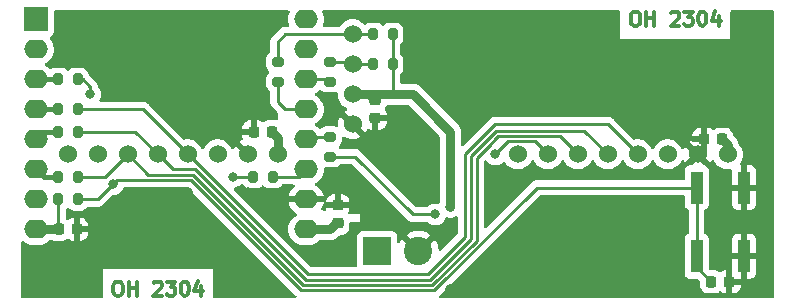
<source format=gbr>
%TF.GenerationSoftware,KiCad,Pcbnew,6.0.11+dfsg-1~bpo11+1*%
%TF.CreationDate,2023-04-11T20:41:58+02:00*%
%TF.ProjectId,double_pt100,646f7562-6c65-45f7-9074-3130302e6b69,rev?*%
%TF.SameCoordinates,Original*%
%TF.FileFunction,Copper,L1,Top*%
%TF.FilePolarity,Positive*%
%FSLAX46Y46*%
G04 Gerber Fmt 4.6, Leading zero omitted, Abs format (unit mm)*
G04 Created by KiCad (PCBNEW 6.0.11+dfsg-1~bpo11+1) date 2023-04-11 20:41:58*
%MOMM*%
%LPD*%
G01*
G04 APERTURE LIST*
G04 Aperture macros list*
%AMRoundRect*
0 Rectangle with rounded corners*
0 $1 Rounding radius*
0 $2 $3 $4 $5 $6 $7 $8 $9 X,Y pos of 4 corners*
0 Add a 4 corners polygon primitive as box body*
4,1,4,$2,$3,$4,$5,$6,$7,$8,$9,$2,$3,0*
0 Add four circle primitives for the rounded corners*
1,1,$1+$1,$2,$3*
1,1,$1+$1,$4,$5*
1,1,$1+$1,$6,$7*
1,1,$1+$1,$8,$9*
0 Add four rect primitives between the rounded corners*
20,1,$1+$1,$2,$3,$4,$5,0*
20,1,$1+$1,$4,$5,$6,$7,0*
20,1,$1+$1,$6,$7,$8,$9,0*
20,1,$1+$1,$8,$9,$2,$3,0*%
G04 Aperture macros list end*
%ADD10C,0.300000*%
%TA.AperFunction,NonConductor*%
%ADD11C,0.300000*%
%TD*%
%TA.AperFunction,ComponentPad*%
%ADD12C,1.524000*%
%TD*%
%TA.AperFunction,ComponentPad*%
%ADD13C,2.400000*%
%TD*%
%TA.AperFunction,ComponentPad*%
%ADD14R,2.400000X2.400000*%
%TD*%
%TA.AperFunction,SMDPad,CuDef*%
%ADD15RoundRect,0.225000X0.225000X0.250000X-0.225000X0.250000X-0.225000X-0.250000X0.225000X-0.250000X0*%
%TD*%
%TA.AperFunction,SMDPad,CuDef*%
%ADD16RoundRect,0.200000X-0.200000X-0.275000X0.200000X-0.275000X0.200000X0.275000X-0.200000X0.275000X0*%
%TD*%
%TA.AperFunction,SMDPad,CuDef*%
%ADD17RoundRect,0.200000X0.200000X0.275000X-0.200000X0.275000X-0.200000X-0.275000X0.200000X-0.275000X0*%
%TD*%
%TA.AperFunction,ComponentPad*%
%ADD18R,2.000000X2.000000*%
%TD*%
%TA.AperFunction,ComponentPad*%
%ADD19O,2.000000X1.600000*%
%TD*%
%TA.AperFunction,SMDPad,CuDef*%
%ADD20RoundRect,0.225000X-0.250000X0.225000X-0.250000X-0.225000X0.250000X-0.225000X0.250000X0.225000X0*%
%TD*%
%TA.AperFunction,SMDPad,CuDef*%
%ADD21RoundRect,0.200000X0.275000X-0.200000X0.275000X0.200000X-0.275000X0.200000X-0.275000X-0.200000X0*%
%TD*%
%TA.AperFunction,SMDPad,CuDef*%
%ADD22RoundRect,0.225000X0.250000X-0.225000X0.250000X0.225000X-0.250000X0.225000X-0.250000X-0.225000X0*%
%TD*%
%TA.AperFunction,SMDPad,CuDef*%
%ADD23R,1.000000X2.800000*%
%TD*%
%TA.AperFunction,SMDPad,CuDef*%
%ADD24RoundRect,0.200000X-0.275000X0.200000X-0.275000X-0.200000X0.275000X-0.200000X0.275000X0.200000X0*%
%TD*%
%TA.AperFunction,SMDPad,CuDef*%
%ADD25RoundRect,0.225000X-0.225000X-0.250000X0.225000X-0.250000X0.225000X0.250000X-0.225000X0.250000X0*%
%TD*%
%TA.AperFunction,ViaPad*%
%ADD26C,0.800000*%
%TD*%
%TA.AperFunction,Conductor*%
%ADD27C,0.250000*%
%TD*%
%TA.AperFunction,Conductor*%
%ADD28C,0.800000*%
%TD*%
%TA.AperFunction,Conductor*%
%ADD29C,0.400000*%
%TD*%
G04 APERTURE END LIST*
D10*
D11*
X84779285Y-127612857D02*
X85007857Y-127612857D01*
X85122142Y-127670000D01*
X85236428Y-127784285D01*
X85293571Y-128012857D01*
X85293571Y-128412857D01*
X85236428Y-128641428D01*
X85122142Y-128755714D01*
X85007857Y-128812857D01*
X84779285Y-128812857D01*
X84665000Y-128755714D01*
X84550714Y-128641428D01*
X84493571Y-128412857D01*
X84493571Y-128012857D01*
X84550714Y-127784285D01*
X84665000Y-127670000D01*
X84779285Y-127612857D01*
X85807857Y-128812857D02*
X85807857Y-127612857D01*
X85807857Y-128184285D02*
X86493571Y-128184285D01*
X86493571Y-128812857D02*
X86493571Y-127612857D01*
X87922142Y-127727142D02*
X87979285Y-127670000D01*
X88093571Y-127612857D01*
X88379285Y-127612857D01*
X88493571Y-127670000D01*
X88550714Y-127727142D01*
X88607857Y-127841428D01*
X88607857Y-127955714D01*
X88550714Y-128127142D01*
X87865000Y-128812857D01*
X88607857Y-128812857D01*
X89007857Y-127612857D02*
X89750714Y-127612857D01*
X89350714Y-128070000D01*
X89522142Y-128070000D01*
X89636428Y-128127142D01*
X89693571Y-128184285D01*
X89750714Y-128298571D01*
X89750714Y-128584285D01*
X89693571Y-128698571D01*
X89636428Y-128755714D01*
X89522142Y-128812857D01*
X89179285Y-128812857D01*
X89065000Y-128755714D01*
X89007857Y-128698571D01*
X90493571Y-127612857D02*
X90607857Y-127612857D01*
X90722142Y-127670000D01*
X90779285Y-127727142D01*
X90836428Y-127841428D01*
X90893571Y-128070000D01*
X90893571Y-128355714D01*
X90836428Y-128584285D01*
X90779285Y-128698571D01*
X90722142Y-128755714D01*
X90607857Y-128812857D01*
X90493571Y-128812857D01*
X90379285Y-128755714D01*
X90322142Y-128698571D01*
X90265000Y-128584285D01*
X90207857Y-128355714D01*
X90207857Y-128070000D01*
X90265000Y-127841428D01*
X90322142Y-127727142D01*
X90379285Y-127670000D01*
X90493571Y-127612857D01*
X91922142Y-128012857D02*
X91922142Y-128812857D01*
X91636428Y-127555714D02*
X91350714Y-128412857D01*
X92093571Y-128412857D01*
D10*
D11*
X128594285Y-104752857D02*
X128822857Y-104752857D01*
X128937142Y-104810000D01*
X129051428Y-104924285D01*
X129108571Y-105152857D01*
X129108571Y-105552857D01*
X129051428Y-105781428D01*
X128937142Y-105895714D01*
X128822857Y-105952857D01*
X128594285Y-105952857D01*
X128480000Y-105895714D01*
X128365714Y-105781428D01*
X128308571Y-105552857D01*
X128308571Y-105152857D01*
X128365714Y-104924285D01*
X128480000Y-104810000D01*
X128594285Y-104752857D01*
X129622857Y-105952857D02*
X129622857Y-104752857D01*
X129622857Y-105324285D02*
X130308571Y-105324285D01*
X130308571Y-105952857D02*
X130308571Y-104752857D01*
X131737142Y-104867142D02*
X131794285Y-104810000D01*
X131908571Y-104752857D01*
X132194285Y-104752857D01*
X132308571Y-104810000D01*
X132365714Y-104867142D01*
X132422857Y-104981428D01*
X132422857Y-105095714D01*
X132365714Y-105267142D01*
X131680000Y-105952857D01*
X132422857Y-105952857D01*
X132822857Y-104752857D02*
X133565714Y-104752857D01*
X133165714Y-105210000D01*
X133337142Y-105210000D01*
X133451428Y-105267142D01*
X133508571Y-105324285D01*
X133565714Y-105438571D01*
X133565714Y-105724285D01*
X133508571Y-105838571D01*
X133451428Y-105895714D01*
X133337142Y-105952857D01*
X132994285Y-105952857D01*
X132880000Y-105895714D01*
X132822857Y-105838571D01*
X134308571Y-104752857D02*
X134422857Y-104752857D01*
X134537142Y-104810000D01*
X134594285Y-104867142D01*
X134651428Y-104981428D01*
X134708571Y-105210000D01*
X134708571Y-105495714D01*
X134651428Y-105724285D01*
X134594285Y-105838571D01*
X134537142Y-105895714D01*
X134422857Y-105952857D01*
X134308571Y-105952857D01*
X134194285Y-105895714D01*
X134137142Y-105838571D01*
X134080000Y-105724285D01*
X134022857Y-105495714D01*
X134022857Y-105210000D01*
X134080000Y-104981428D01*
X134137142Y-104867142D01*
X134194285Y-104810000D01*
X134308571Y-104752857D01*
X135737142Y-105152857D02*
X135737142Y-105952857D01*
X135451428Y-104695714D02*
X135165714Y-105552857D01*
X135908571Y-105552857D01*
D12*
%TO.P,U4,1,VIN*%
%TO.N,+5V*%
X98425000Y-116840000D03*
%TO.P,U4,2,GND*%
%TO.N,GND*%
X95885000Y-116840000D03*
%TO.P,U4,3,3V3*%
%TO.N,unconnected-(U4-Pad3)*%
X93345000Y-116840000D03*
%TO.P,U4,4,CLK*%
%TO.N,CLK*%
X90805000Y-116840000D03*
%TO.P,U4,5,SDO*%
%TO.N,SDO*%
X88265000Y-116840000D03*
%TO.P,U4,6,SDI*%
%TO.N,SDI*%
X85725000Y-116840000D03*
%TO.P,U4,7,CS*%
%TO.N,CS2*%
X83185000Y-116840000D03*
%TO.P,U4,8,RDY*%
%TO.N,unconnected-(U4-Pad8)*%
X80645000Y-116840000D03*
%TD*%
%TO.P,U3,1,VIN*%
%TO.N,+5V*%
X136525000Y-116840000D03*
%TO.P,U3,2,GND*%
%TO.N,GND*%
X133985000Y-116840000D03*
%TO.P,U3,3,3V3*%
%TO.N,unconnected-(U3-Pad3)*%
X131445000Y-116840000D03*
%TO.P,U3,4,CLK*%
%TO.N,CLK*%
X128905000Y-116840000D03*
%TO.P,U3,5,SDO*%
%TO.N,SDO*%
X126365000Y-116840000D03*
%TO.P,U3,6,SDI*%
%TO.N,SDI*%
X123825000Y-116840000D03*
%TO.P,U3,7,CS*%
%TO.N,CS1*%
X121285000Y-116840000D03*
%TO.P,U3,8,RDY*%
%TO.N,unconnected-(U3-Pad8)*%
X118745000Y-116840000D03*
%TD*%
D13*
%TO.P,J1,2,Pin_2*%
%TO.N,GND*%
X110335000Y-125030000D03*
D14*
%TO.P,J1,1,Pin_1*%
%TO.N,+5V*%
X106835000Y-125030000D03*
%TD*%
D12*
%TO.P,U2,1,SDA*%
%TO.N,SDA*%
X104775000Y-106680000D03*
%TO.P,U2,2,SCL*%
%TO.N,SCL*%
X104775000Y-109220000D03*
%TO.P,U2,3,VCC*%
%TO.N,+3V3*%
X104775000Y-111760000D03*
%TO.P,U2,4,GND*%
%TO.N,GND*%
X104775000Y-114300000D03*
%TD*%
D15*
%TO.P,C6,2*%
%TO.N,GND*%
X134480000Y-115570000D03*
%TO.P,C6,1*%
%TO.N,+5V*%
X136030000Y-115570000D03*
%TD*%
D16*
%TO.P,R1,1*%
%TO.N,+3V3*%
X79820000Y-120650000D03*
%TO.P,R1,2*%
%TO.N,SW*%
X81470000Y-120650000D03*
%TD*%
D17*
%TO.P,R6,1*%
%TO.N,Net-(R6-Pad1)*%
X97980000Y-118745000D03*
%TO.P,R6,2*%
%TO.N,CS2*%
X96330000Y-118745000D03*
%TD*%
%TO.P,R11,1*%
%TO.N,+3V3*%
X108140000Y-109220000D03*
%TO.P,R11,2*%
%TO.N,SCL*%
X106490000Y-109220000D03*
%TD*%
D18*
%TO.P,U1,1,~{RST}*%
%TO.N,unconnected-(U1-Pad1)*%
X77955000Y-105410000D03*
D19*
%TO.P,U1,2,A0*%
%TO.N,unconnected-(U1-Pad2)*%
X77955000Y-107950000D03*
%TO.P,U1,3,D0*%
%TO.N,Net-(R2-Pad1)*%
X77955000Y-110490000D03*
%TO.P,U1,4,SCK/D5*%
%TO.N,Net-(R7-Pad1)*%
X77955000Y-113030000D03*
%TO.P,U1,5,MISO/D6*%
%TO.N,Net-(R8-Pad1)*%
X77955000Y-115570000D03*
%TO.P,U1,6,MOSI/D7*%
%TO.N,Net-(R9-Pad1)*%
X77955000Y-118110000D03*
%TO.P,U1,7,CS/D8*%
%TO.N,unconnected-(U1-Pad7)*%
X77955000Y-120650000D03*
%TO.P,U1,8,3V3*%
%TO.N,+3V3*%
X77955000Y-123190000D03*
%TO.P,U1,9,5V*%
%TO.N,+5V*%
X100815000Y-123190000D03*
%TO.P,U1,10,GND*%
%TO.N,GND*%
X100815000Y-120650000D03*
%TO.P,U1,11,D4*%
%TO.N,Net-(R6-Pad1)*%
X100815000Y-118110000D03*
%TO.P,U1,12,D3*%
%TO.N,Net-(R5-Pad1)*%
X100815000Y-115570000D03*
%TO.P,U1,13,SDA/D2*%
%TO.N,Net-(R4-Pad1)*%
X100815000Y-113030000D03*
%TO.P,U1,14,SCL/D1*%
%TO.N,Net-(R3-Pad1)*%
X100815000Y-110490000D03*
%TO.P,U1,15,RX*%
%TO.N,unconnected-(U1-Pad15)*%
X100815000Y-107950000D03*
%TO.P,U1,16,TX*%
%TO.N,unconnected-(U1-Pad16)*%
X100815000Y-105410000D03*
%TD*%
D20*
%TO.P,C5,1*%
%TO.N,+3V3*%
X106680000Y-112255000D03*
%TO.P,C5,2*%
%TO.N,GND*%
X106680000Y-113805000D03*
%TD*%
D16*
%TO.P,R2,1*%
%TO.N,Net-(R2-Pad1)*%
X79820000Y-110490000D03*
%TO.P,R2,2*%
%TO.N,SW*%
X81470000Y-110490000D03*
%TD*%
D17*
%TO.P,R10,1*%
%TO.N,+3V3*%
X108140000Y-106680000D03*
%TO.P,R10,2*%
%TO.N,SDA*%
X106490000Y-106680000D03*
%TD*%
D21*
%TO.P,R4,1*%
%TO.N,Net-(R4-Pad1)*%
X98425000Y-110680000D03*
%TO.P,R4,2*%
%TO.N,SDA*%
X98425000Y-109030000D03*
%TD*%
D22*
%TO.P,C1,1*%
%TO.N,+5V*%
X103505000Y-122695000D03*
%TO.P,C1,2*%
%TO.N,GND*%
X103505000Y-121145000D03*
%TD*%
D23*
%TO.P,SW1,1,1*%
%TO.N,GND*%
X137890000Y-125455000D03*
X137890000Y-119655000D03*
%TO.P,SW1,2,2*%
%TO.N,SW*%
X133890000Y-125455000D03*
X133890000Y-119655000D03*
%TD*%
D16*
%TO.P,R7,1*%
%TO.N,Net-(R7-Pad1)*%
X79820000Y-113030000D03*
%TO.P,R7,2*%
%TO.N,CLK*%
X81470000Y-113030000D03*
%TD*%
D15*
%TO.P,C2,1*%
%TO.N,+5V*%
X97930000Y-114935000D03*
%TO.P,C2,2*%
%TO.N,GND*%
X96380000Y-114935000D03*
%TD*%
D24*
%TO.P,R5,1*%
%TO.N,Net-(R5-Pad1)*%
X102870000Y-115380000D03*
%TO.P,R5,2*%
%TO.N,CS1*%
X102870000Y-117030000D03*
%TD*%
D16*
%TO.P,R8,1*%
%TO.N,Net-(R8-Pad1)*%
X79820000Y-114935000D03*
%TO.P,R8,2*%
%TO.N,SDO*%
X81470000Y-114935000D03*
%TD*%
D21*
%TO.P,R3,1*%
%TO.N,Net-(R3-Pad1)*%
X102870000Y-110680000D03*
%TO.P,R3,2*%
%TO.N,SCL*%
X102870000Y-109030000D03*
%TD*%
D25*
%TO.P,C3,1*%
%TO.N,SW*%
X135115000Y-127635000D03*
%TO.P,C3,2*%
%TO.N,GND*%
X136665000Y-127635000D03*
%TD*%
D16*
%TO.P,R9,1*%
%TO.N,Net-(R9-Pad1)*%
X79820000Y-118745000D03*
%TO.P,R9,2*%
%TO.N,SDI*%
X81470000Y-118745000D03*
%TD*%
D25*
%TO.P,C4,1*%
%TO.N,+3V3*%
X79870000Y-123190000D03*
%TO.P,C4,2*%
%TO.N,GND*%
X81420000Y-123190000D03*
%TD*%
D26*
%TO.N,GND*%
X113030000Y-128270000D03*
X118110000Y-119380000D03*
X116840000Y-119380000D03*
X82550000Y-121920000D03*
X97155000Y-128270000D03*
X98425000Y-128270000D03*
X114300000Y-113665000D03*
X113030000Y-112395000D03*
X111125000Y-114935000D03*
X109855000Y-113665000D03*
X111125000Y-105410000D03*
X109855000Y-105410000D03*
X97155000Y-105410000D03*
X81280000Y-105410000D03*
X80010000Y-105410000D03*
X98425000Y-105410000D03*
X138430000Y-105410000D03*
X139700000Y-106680000D03*
X139700000Y-105410000D03*
X138430000Y-128270000D03*
X139700000Y-127000000D03*
X139700000Y-128270000D03*
X78740000Y-128270000D03*
X77470000Y-127000000D03*
X77470000Y-128270000D03*
X92075000Y-121920000D03*
X90805000Y-120015000D03*
X97155000Y-121285000D03*
X95885000Y-120015000D03*
%TO.N,CS1*%
X111760000Y-121920000D03*
X116840000Y-116840000D03*
%TO.N,+3V3*%
X113030000Y-121285000D03*
%TO.N,SW*%
X82550000Y-111760000D03*
X84455000Y-119380000D03*
%TO.N,CS2*%
X94615000Y-118745000D03*
%TD*%
D27*
%TO.N,SW*%
X133890000Y-125455000D02*
X133890000Y-126410000D01*
X133890000Y-126410000D02*
X135115000Y-127635000D01*
X133890000Y-119655000D02*
X133890000Y-125455000D01*
X84455000Y-119380000D02*
X84824302Y-119010698D01*
X84824302Y-119010698D02*
X91066510Y-119010698D01*
X91066510Y-119010698D02*
X100405812Y-128350000D01*
X111684188Y-128350000D02*
X120379188Y-119655000D01*
X100405812Y-128350000D02*
X111684188Y-128350000D01*
X120379188Y-119655000D02*
X133890000Y-119655000D01*
D28*
%TO.N,+5V*%
X136525000Y-116840000D02*
X136525000Y-116065000D01*
X136525000Y-116065000D02*
X136030000Y-115570000D01*
D27*
%TO.N,Net-(R5-Pad1)*%
X102870000Y-115380000D02*
X101005000Y-115380000D01*
X101005000Y-115380000D02*
X100815000Y-115570000D01*
%TO.N,CS1*%
X111760000Y-121920000D02*
X109855000Y-121920000D01*
X109855000Y-121920000D02*
X104965000Y-117030000D01*
X104965000Y-117030000D02*
X102870000Y-117030000D01*
X117927000Y-115753000D02*
X116840000Y-116840000D01*
X120198000Y-115753000D02*
X117927000Y-115753000D01*
D28*
%TO.N,+3V3*%
X109855000Y-111760000D02*
X107950000Y-111760000D01*
X107950000Y-111760000D02*
X104775000Y-111760000D01*
D27*
X108140000Y-109220000D02*
X108140000Y-111570000D01*
X108140000Y-111570000D02*
X107950000Y-111760000D01*
D28*
X113030000Y-121285000D02*
X113030000Y-114935000D01*
X113030000Y-114935000D02*
X109855000Y-111760000D01*
D27*
%TO.N,CLK*%
X90805000Y-116840000D02*
X100965000Y-127000000D01*
X100965000Y-127000000D02*
X111125000Y-127000000D01*
X111125000Y-127000000D02*
X114300000Y-123825000D01*
X114300000Y-123825000D02*
X114300000Y-116835812D01*
X114300000Y-116835812D02*
X116835812Y-114300000D01*
X116835812Y-114300000D02*
X126365000Y-114300000D01*
X126365000Y-114300000D02*
X128905000Y-116840000D01*
%TO.N,SDO*%
X97789302Y-124460698D02*
X100778604Y-127450000D01*
X100778604Y-127450000D02*
X111311396Y-127450000D01*
X111311396Y-127450000D02*
X114750000Y-124011396D01*
X114750000Y-124011396D02*
X114750000Y-117022208D01*
X114750000Y-117022208D02*
X116919208Y-114853000D01*
X116919208Y-114853000D02*
X124378000Y-114853000D01*
X124378000Y-114853000D02*
X126365000Y-116840000D01*
%TO.N,SDI*%
X116839302Y-115573490D02*
X116206396Y-116206396D01*
X116839302Y-115569302D02*
X116839302Y-115573490D01*
X117105604Y-115303000D02*
X116839302Y-115569302D01*
X122288000Y-115303000D02*
X117105604Y-115303000D01*
X123825000Y-116840000D02*
X122288000Y-115303000D01*
%TO.N,CS1*%
X121285000Y-116840000D02*
X120198000Y-115753000D01*
D28*
%TO.N,GND*%
X110335000Y-124305000D02*
X110335000Y-125030000D01*
D27*
%TO.N,SDI*%
X100592208Y-127900000D02*
X97788604Y-125096396D01*
X116474792Y-115938000D02*
X115253896Y-117158896D01*
X115253896Y-117158896D02*
X115253896Y-124143896D01*
X115253896Y-124143896D02*
X111497792Y-127900000D01*
X111497792Y-127900000D02*
X100592208Y-127900000D01*
D28*
%TO.N,+3V3*%
X77955000Y-123190000D02*
X79870000Y-123190000D01*
D27*
X79820000Y-120650000D02*
X79820000Y-123140000D01*
X79820000Y-123140000D02*
X79870000Y-123190000D01*
%TO.N,SW*%
X81470000Y-120650000D02*
X83185000Y-120650000D01*
X83185000Y-120650000D02*
X84455000Y-119380000D01*
%TO.N,SDI*%
X85725000Y-116840000D02*
X87445698Y-118560698D01*
X87445698Y-118560698D02*
X91252906Y-118560698D01*
X91252906Y-118560698D02*
X98052208Y-125360000D01*
%TO.N,SDO*%
X88265000Y-116840000D02*
X89535698Y-118110698D01*
X91439302Y-118110698D02*
X98238604Y-124910000D01*
X89535698Y-118110698D02*
X91439302Y-118110698D01*
%TO.N,+3V3*%
X108140000Y-106680000D02*
X108140000Y-109220000D01*
%TO.N,SW*%
X82550000Y-111760000D02*
X82550000Y-111125000D01*
X82550000Y-111125000D02*
X81915000Y-110490000D01*
X81915000Y-110490000D02*
X81470000Y-110490000D01*
D28*
%TO.N,+3V3*%
X104775000Y-111760000D02*
X106185000Y-111760000D01*
X106185000Y-111760000D02*
X106680000Y-112255000D01*
D29*
%TO.N,Net-(R2-Pad1)*%
X79820000Y-110490000D02*
X77955000Y-110490000D01*
%TO.N,Net-(R7-Pad1)*%
X79820000Y-113030000D02*
X77955000Y-113030000D01*
%TO.N,Net-(R8-Pad1)*%
X79820000Y-114935000D02*
X78590000Y-114935000D01*
X78590000Y-114935000D02*
X77955000Y-115570000D01*
%TO.N,Net-(R9-Pad1)*%
X79820000Y-118745000D02*
X78590000Y-118745000D01*
X78590000Y-118745000D02*
X77955000Y-118110000D01*
D27*
%TO.N,CS2*%
X96330000Y-118745000D02*
X94615000Y-118745000D01*
%TO.N,Net-(R6-Pad1)*%
X97980000Y-118745000D02*
X100180000Y-118745000D01*
X100180000Y-118745000D02*
X100815000Y-118110000D01*
D28*
%TO.N,+5V*%
X98425000Y-116840000D02*
X98425000Y-115430000D01*
X98425000Y-115430000D02*
X97930000Y-114935000D01*
D27*
%TO.N,SDA*%
X106490000Y-106680000D02*
X104775000Y-106680000D01*
%TO.N,SCL*%
X106490000Y-109220000D02*
X104775000Y-109220000D01*
X102870000Y-109030000D02*
X104585000Y-109030000D01*
X104585000Y-109030000D02*
X104775000Y-109220000D01*
%TO.N,Net-(R3-Pad1)*%
X100815000Y-110490000D02*
X102680000Y-110490000D01*
X102680000Y-110490000D02*
X102870000Y-110680000D01*
%TO.N,Net-(R4-Pad1)*%
X99060000Y-113030000D02*
X98425000Y-112395000D01*
X98425000Y-112395000D02*
X98425000Y-110680000D01*
X100815000Y-113030000D02*
X99060000Y-113030000D01*
%TO.N,SDA*%
X99060000Y-106680000D02*
X98425000Y-107315000D01*
X104775000Y-106680000D02*
X99060000Y-106680000D01*
X98425000Y-107315000D02*
X98425000Y-109030000D01*
%TO.N,SDI*%
X81470000Y-118745000D02*
X83820000Y-118745000D01*
X83820000Y-118745000D02*
X85725000Y-116840000D01*
%TO.N,CLK*%
X81470000Y-113030000D02*
X86995000Y-113030000D01*
X86995000Y-113030000D02*
X90805000Y-116840000D01*
%TO.N,SDO*%
X81470000Y-114935000D02*
X86360000Y-114935000D01*
X86360000Y-114935000D02*
X88265000Y-116840000D01*
D28*
%TO.N,+3V3*%
X78105000Y-123340000D02*
X77955000Y-123190000D01*
%TO.N,+5V*%
X103365000Y-122695000D02*
X102870000Y-123190000D01*
X102870000Y-123190000D02*
X100815000Y-123190000D01*
X103505000Y-122695000D02*
X103365000Y-122695000D01*
D29*
%TO.N,Net-(R5-Pad1)*%
X100892500Y-115647500D02*
X100815000Y-115570000D01*
%TD*%
%TA.AperFunction,Conductor*%
%TO.N,GND*%
G36*
X127363621Y-104668502D02*
G01*
X127410114Y-104722158D01*
X127421500Y-104774500D01*
X127421500Y-107109500D01*
X136738500Y-107109500D01*
X136738500Y-104774500D01*
X136758502Y-104706379D01*
X136812158Y-104659886D01*
X136864500Y-104648500D01*
X140335500Y-104648500D01*
X140403621Y-104668502D01*
X140450114Y-104722158D01*
X140461500Y-104774500D01*
X140461500Y-128905500D01*
X140441498Y-128973621D01*
X140387842Y-129020114D01*
X140335500Y-129031500D01*
X112208037Y-129031500D01*
X112139916Y-129011498D01*
X112093423Y-128957842D01*
X112083319Y-128887568D01*
X112112813Y-128822988D01*
X112117119Y-128818506D01*
X112121295Y-128815472D01*
X112149486Y-128781395D01*
X112157476Y-128772616D01*
X120604688Y-120325405D01*
X120667000Y-120291379D01*
X120693783Y-120288500D01*
X132755500Y-120288500D01*
X132823621Y-120308502D01*
X132870114Y-120362158D01*
X132881500Y-120414500D01*
X132881500Y-121103134D01*
X132888255Y-121165316D01*
X132939385Y-121301705D01*
X133026739Y-121418261D01*
X133143295Y-121505615D01*
X133151704Y-121508768D01*
X133151707Y-121508769D01*
X133174731Y-121517401D01*
X133231495Y-121560043D01*
X133256194Y-121626605D01*
X133256500Y-121635382D01*
X133256500Y-123474618D01*
X133236498Y-123542739D01*
X133182842Y-123589232D01*
X133174731Y-123592599D01*
X133151707Y-123601231D01*
X133151704Y-123601232D01*
X133143295Y-123604385D01*
X133026739Y-123691739D01*
X132939385Y-123808295D01*
X132888255Y-123944684D01*
X132881500Y-124006866D01*
X132881500Y-126903134D01*
X132888255Y-126965316D01*
X132939385Y-127101705D01*
X133026739Y-127218261D01*
X133143295Y-127305615D01*
X133279684Y-127356745D01*
X133341866Y-127363500D01*
X133895406Y-127363500D01*
X133963527Y-127383502D01*
X133984501Y-127400405D01*
X134119595Y-127535499D01*
X134153621Y-127597811D01*
X134156500Y-127624594D01*
X134156500Y-127933732D01*
X134167113Y-128036019D01*
X134221244Y-128198268D01*
X134311248Y-128343713D01*
X134432298Y-128464552D01*
X134438528Y-128468392D01*
X134438529Y-128468393D01*
X134570020Y-128549445D01*
X134577899Y-128554302D01*
X134740243Y-128608149D01*
X134747080Y-128608849D01*
X134747082Y-128608850D01*
X134788401Y-128613083D01*
X134841268Y-128618500D01*
X135388732Y-128618500D01*
X135391978Y-128618163D01*
X135391982Y-128618163D01*
X135426083Y-128614625D01*
X135491019Y-128607887D01*
X135644726Y-128556606D01*
X135646324Y-128556073D01*
X135646326Y-128556072D01*
X135653268Y-128553756D01*
X135798713Y-128463752D01*
X135803886Y-128458570D01*
X135809623Y-128454023D01*
X135811055Y-128455830D01*
X135863575Y-128427098D01*
X135934395Y-128432108D01*
X135970853Y-128455499D01*
X135971683Y-128454448D01*
X135988840Y-128467998D01*
X136121880Y-128550004D01*
X136135061Y-128556151D01*
X136283814Y-128605491D01*
X136297190Y-128608358D01*
X136388097Y-128617672D01*
X136393126Y-128617929D01*
X136408124Y-128613525D01*
X136409329Y-128612135D01*
X136411000Y-128604452D01*
X136411000Y-128599885D01*
X136919000Y-128599885D01*
X136923475Y-128615124D01*
X136924865Y-128616329D01*
X136932548Y-128618000D01*
X136935438Y-128618000D01*
X136941953Y-128617663D01*
X137034057Y-128608106D01*
X137047456Y-128605212D01*
X137196107Y-128555619D01*
X137209286Y-128549445D01*
X137342173Y-128467212D01*
X137353574Y-128458176D01*
X137463986Y-128347571D01*
X137472998Y-128336160D01*
X137555004Y-128203120D01*
X137561151Y-128189939D01*
X137610491Y-128041186D01*
X137613358Y-128027810D01*
X137622672Y-127936903D01*
X137623000Y-127930487D01*
X137623000Y-127907115D01*
X137618525Y-127891876D01*
X137617135Y-127890671D01*
X137609452Y-127889000D01*
X136937115Y-127889000D01*
X136921876Y-127893475D01*
X136920671Y-127894865D01*
X136919000Y-127902548D01*
X136919000Y-128599885D01*
X136411000Y-128599885D01*
X136411000Y-126670115D01*
X136406525Y-126654876D01*
X136405135Y-126653671D01*
X136397452Y-126652000D01*
X136394562Y-126652000D01*
X136388047Y-126652337D01*
X136295943Y-126661894D01*
X136282544Y-126664788D01*
X136133893Y-126714381D01*
X136120714Y-126720555D01*
X135987827Y-126802788D01*
X135970689Y-126816371D01*
X135969159Y-126814441D01*
X135917120Y-126842903D01*
X135846301Y-126837887D01*
X135809383Y-126814201D01*
X135808628Y-126815157D01*
X135802882Y-126810619D01*
X135797702Y-126805448D01*
X135791471Y-126801607D01*
X135658331Y-126719538D01*
X135658329Y-126719537D01*
X135652101Y-126715698D01*
X135489757Y-126661851D01*
X135482920Y-126661151D01*
X135482918Y-126661150D01*
X135441599Y-126656917D01*
X135388732Y-126651500D01*
X135079595Y-126651500D01*
X135011474Y-126631498D01*
X134990499Y-126614595D01*
X134969789Y-126593885D01*
X136882001Y-126593885D01*
X136890563Y-126623043D01*
X136913896Y-126659351D01*
X136919000Y-126694849D01*
X136919000Y-127362885D01*
X136923475Y-127378124D01*
X136924865Y-127379329D01*
X136932548Y-127381000D01*
X137604885Y-127381000D01*
X137620124Y-127376525D01*
X137633458Y-127361137D01*
X137636000Y-127349452D01*
X137636000Y-127344884D01*
X138144000Y-127344884D01*
X138148475Y-127360123D01*
X138149865Y-127361328D01*
X138157548Y-127362999D01*
X138434669Y-127362999D01*
X138441490Y-127362629D01*
X138492352Y-127357105D01*
X138507604Y-127353479D01*
X138628054Y-127308324D01*
X138643649Y-127299786D01*
X138745724Y-127223285D01*
X138758285Y-127210724D01*
X138834786Y-127108649D01*
X138843324Y-127093054D01*
X138888478Y-126972606D01*
X138892105Y-126957351D01*
X138897631Y-126906486D01*
X138898000Y-126899672D01*
X138898000Y-125727115D01*
X138893525Y-125711876D01*
X138892135Y-125710671D01*
X138884452Y-125709000D01*
X138162115Y-125709000D01*
X138146876Y-125713475D01*
X138145671Y-125714865D01*
X138144000Y-125722548D01*
X138144000Y-127344884D01*
X137636000Y-127344884D01*
X137636000Y-125727115D01*
X137631525Y-125711876D01*
X137630135Y-125710671D01*
X137622452Y-125709000D01*
X136900116Y-125709000D01*
X136884877Y-125713475D01*
X136883672Y-125714865D01*
X136882001Y-125722548D01*
X136882001Y-126593885D01*
X134969789Y-126593885D01*
X134935404Y-126559499D01*
X134901379Y-126497186D01*
X134898500Y-126470404D01*
X134898500Y-125182885D01*
X136882000Y-125182885D01*
X136886475Y-125198124D01*
X136887865Y-125199329D01*
X136895548Y-125201000D01*
X137617885Y-125201000D01*
X137633124Y-125196525D01*
X137634329Y-125195135D01*
X137636000Y-125187452D01*
X137636000Y-125182885D01*
X138144000Y-125182885D01*
X138148475Y-125198124D01*
X138149865Y-125199329D01*
X138157548Y-125201000D01*
X138879884Y-125201000D01*
X138895123Y-125196525D01*
X138896328Y-125195135D01*
X138897999Y-125187452D01*
X138897999Y-124010331D01*
X138897629Y-124003510D01*
X138892105Y-123952648D01*
X138888479Y-123937396D01*
X138843324Y-123816946D01*
X138834786Y-123801351D01*
X138758285Y-123699276D01*
X138745724Y-123686715D01*
X138643649Y-123610214D01*
X138628054Y-123601676D01*
X138507606Y-123556522D01*
X138492351Y-123552895D01*
X138441486Y-123547369D01*
X138434672Y-123547000D01*
X138162115Y-123547000D01*
X138146876Y-123551475D01*
X138145671Y-123552865D01*
X138144000Y-123560548D01*
X138144000Y-125182885D01*
X137636000Y-125182885D01*
X137636000Y-123565116D01*
X137631525Y-123549877D01*
X137630135Y-123548672D01*
X137622452Y-123547001D01*
X137345331Y-123547001D01*
X137338510Y-123547371D01*
X137287648Y-123552895D01*
X137272396Y-123556521D01*
X137151946Y-123601676D01*
X137136351Y-123610214D01*
X137034276Y-123686715D01*
X137021715Y-123699276D01*
X136945214Y-123801351D01*
X136936676Y-123816946D01*
X136891522Y-123937394D01*
X136887895Y-123952649D01*
X136882369Y-124003514D01*
X136882000Y-124010328D01*
X136882000Y-125182885D01*
X134898500Y-125182885D01*
X134898500Y-124006866D01*
X134891745Y-123944684D01*
X134840615Y-123808295D01*
X134753261Y-123691739D01*
X134636705Y-123604385D01*
X134628296Y-123601232D01*
X134628293Y-123601231D01*
X134605269Y-123592599D01*
X134548505Y-123549957D01*
X134523806Y-123483395D01*
X134523500Y-123474618D01*
X134523500Y-121635382D01*
X134543502Y-121567261D01*
X134597158Y-121520768D01*
X134605269Y-121517401D01*
X134628293Y-121508769D01*
X134628296Y-121508768D01*
X134636705Y-121505615D01*
X134753261Y-121418261D01*
X134840615Y-121301705D01*
X134891745Y-121165316D01*
X134898500Y-121103134D01*
X134898500Y-121099669D01*
X136882001Y-121099669D01*
X136882371Y-121106490D01*
X136887895Y-121157352D01*
X136891521Y-121172604D01*
X136936676Y-121293054D01*
X136945214Y-121308649D01*
X137021715Y-121410724D01*
X137034276Y-121423285D01*
X137136351Y-121499786D01*
X137151946Y-121508324D01*
X137272394Y-121553478D01*
X137287649Y-121557105D01*
X137338514Y-121562631D01*
X137345328Y-121563000D01*
X137617885Y-121563000D01*
X137633124Y-121558525D01*
X137634329Y-121557135D01*
X137636000Y-121549452D01*
X137636000Y-121544884D01*
X138144000Y-121544884D01*
X138148475Y-121560123D01*
X138149865Y-121561328D01*
X138157548Y-121562999D01*
X138434669Y-121562999D01*
X138441490Y-121562629D01*
X138492352Y-121557105D01*
X138507604Y-121553479D01*
X138628054Y-121508324D01*
X138643649Y-121499786D01*
X138745724Y-121423285D01*
X138758285Y-121410724D01*
X138834786Y-121308649D01*
X138843324Y-121293054D01*
X138888478Y-121172606D01*
X138892105Y-121157351D01*
X138897631Y-121106486D01*
X138898000Y-121099672D01*
X138898000Y-119927115D01*
X138893525Y-119911876D01*
X138892135Y-119910671D01*
X138884452Y-119909000D01*
X138162115Y-119909000D01*
X138146876Y-119913475D01*
X138145671Y-119914865D01*
X138144000Y-119922548D01*
X138144000Y-121544884D01*
X137636000Y-121544884D01*
X137636000Y-119927115D01*
X137631525Y-119911876D01*
X137630135Y-119910671D01*
X137622452Y-119909000D01*
X136900116Y-119909000D01*
X136884877Y-119913475D01*
X136883672Y-119914865D01*
X136882001Y-119922548D01*
X136882001Y-121099669D01*
X134898500Y-121099669D01*
X134898500Y-118206866D01*
X134891745Y-118144684D01*
X134840615Y-118008295D01*
X134753261Y-117891739D01*
X134700853Y-117852461D01*
X134643887Y-117809767D01*
X134643884Y-117809765D01*
X134636705Y-117804385D01*
X134587832Y-117786063D01*
X134542967Y-117757177D01*
X133997812Y-117212022D01*
X133983868Y-117204408D01*
X133982035Y-117204539D01*
X133975420Y-117208790D01*
X133474615Y-117709595D01*
X133412303Y-117743621D01*
X133385520Y-117746500D01*
X133341866Y-117746500D01*
X133279684Y-117753255D01*
X133143295Y-117804385D01*
X133026739Y-117891739D01*
X132939385Y-118008295D01*
X132888255Y-118144684D01*
X132881500Y-118206866D01*
X132881500Y-118895500D01*
X132861498Y-118963621D01*
X132807842Y-119010114D01*
X132755500Y-119021500D01*
X120457955Y-119021500D01*
X120446772Y-119020973D01*
X120439279Y-119019298D01*
X120431353Y-119019547D01*
X120431352Y-119019547D01*
X120371189Y-119021438D01*
X120367231Y-119021500D01*
X120339332Y-119021500D01*
X120335342Y-119022004D01*
X120323508Y-119022936D01*
X120279299Y-119024326D01*
X120271685Y-119026538D01*
X120271680Y-119026539D01*
X120259847Y-119029977D01*
X120240484Y-119033988D01*
X120220391Y-119036526D01*
X120213024Y-119039443D01*
X120213019Y-119039444D01*
X120179280Y-119052802D01*
X120168053Y-119056646D01*
X120125595Y-119068982D01*
X120118769Y-119073019D01*
X120108160Y-119079293D01*
X120090412Y-119087988D01*
X120071571Y-119095448D01*
X120065155Y-119100110D01*
X120065154Y-119100110D01*
X120035801Y-119121436D01*
X120025881Y-119127952D01*
X119994653Y-119146420D01*
X119994650Y-119146422D01*
X119987826Y-119150458D01*
X119973505Y-119164779D01*
X119958472Y-119177619D01*
X119942081Y-119189528D01*
X119937030Y-119195634D01*
X119913890Y-119223605D01*
X119905900Y-119232384D01*
X116102491Y-123035793D01*
X116040179Y-123069819D01*
X115969364Y-123064754D01*
X115912528Y-123022207D01*
X115887717Y-122955687D01*
X115887396Y-122946698D01*
X115887396Y-117473490D01*
X115907398Y-117405369D01*
X115924301Y-117384395D01*
X115926903Y-117381793D01*
X115989215Y-117347767D01*
X116060030Y-117352832D01*
X116109633Y-117386576D01*
X116228747Y-117518866D01*
X116383248Y-117631118D01*
X116389276Y-117633802D01*
X116389278Y-117633803D01*
X116551681Y-117706109D01*
X116557712Y-117708794D01*
X116651113Y-117728647D01*
X116738056Y-117747128D01*
X116738061Y-117747128D01*
X116744513Y-117748500D01*
X116935487Y-117748500D01*
X116941939Y-117747128D01*
X116941944Y-117747128D01*
X117028887Y-117728647D01*
X117122288Y-117708794D01*
X117128319Y-117706109D01*
X117290722Y-117633803D01*
X117290724Y-117633802D01*
X117296752Y-117631118D01*
X117451253Y-117518866D01*
X117467950Y-117500322D01*
X117528396Y-117463082D01*
X117599379Y-117464434D01*
X117658364Y-117503947D01*
X117664799Y-117512362D01*
X117764860Y-117655265D01*
X117764864Y-117655270D01*
X117768023Y-117659781D01*
X117925219Y-117816977D01*
X117929727Y-117820134D01*
X117929730Y-117820136D01*
X117972702Y-117850225D01*
X118107323Y-117944488D01*
X118112305Y-117946811D01*
X118112310Y-117946814D01*
X118303822Y-118036117D01*
X118308804Y-118038440D01*
X118314112Y-118039862D01*
X118314114Y-118039863D01*
X118374674Y-118056090D01*
X118523537Y-118095978D01*
X118745000Y-118115353D01*
X118966463Y-118095978D01*
X119115326Y-118056090D01*
X119175886Y-118039863D01*
X119175888Y-118039862D01*
X119181196Y-118038440D01*
X119186178Y-118036117D01*
X119377690Y-117946814D01*
X119377695Y-117946811D01*
X119382677Y-117944488D01*
X119517298Y-117850225D01*
X119560270Y-117820136D01*
X119560273Y-117820134D01*
X119564781Y-117816977D01*
X119721977Y-117659781D01*
X119725140Y-117655265D01*
X119846331Y-117482185D01*
X119846333Y-117482182D01*
X119849488Y-117477676D01*
X119851811Y-117472694D01*
X119851814Y-117472689D01*
X119900805Y-117367627D01*
X119947723Y-117314342D01*
X120016000Y-117294881D01*
X120083960Y-117315423D01*
X120129195Y-117367627D01*
X120178186Y-117472689D01*
X120178189Y-117472694D01*
X120180512Y-117477676D01*
X120183667Y-117482182D01*
X120183669Y-117482185D01*
X120304861Y-117655265D01*
X120308023Y-117659781D01*
X120465219Y-117816977D01*
X120469727Y-117820134D01*
X120469730Y-117820136D01*
X120512702Y-117850225D01*
X120647323Y-117944488D01*
X120652305Y-117946811D01*
X120652310Y-117946814D01*
X120843822Y-118036117D01*
X120848804Y-118038440D01*
X120854112Y-118039862D01*
X120854114Y-118039863D01*
X120914674Y-118056090D01*
X121063537Y-118095978D01*
X121285000Y-118115353D01*
X121506463Y-118095978D01*
X121655326Y-118056090D01*
X121715886Y-118039863D01*
X121715888Y-118039862D01*
X121721196Y-118038440D01*
X121726178Y-118036117D01*
X121917690Y-117946814D01*
X121917695Y-117946811D01*
X121922677Y-117944488D01*
X122057298Y-117850225D01*
X122100270Y-117820136D01*
X122100273Y-117820134D01*
X122104781Y-117816977D01*
X122261977Y-117659781D01*
X122265140Y-117655265D01*
X122386331Y-117482185D01*
X122386333Y-117482182D01*
X122389488Y-117477676D01*
X122391811Y-117472694D01*
X122391814Y-117472689D01*
X122440805Y-117367627D01*
X122487723Y-117314342D01*
X122556000Y-117294881D01*
X122623960Y-117315423D01*
X122669195Y-117367627D01*
X122718186Y-117472689D01*
X122718189Y-117472694D01*
X122720512Y-117477676D01*
X122723667Y-117482182D01*
X122723669Y-117482185D01*
X122844861Y-117655265D01*
X122848023Y-117659781D01*
X123005219Y-117816977D01*
X123009727Y-117820134D01*
X123009730Y-117820136D01*
X123052702Y-117850225D01*
X123187323Y-117944488D01*
X123192305Y-117946811D01*
X123192310Y-117946814D01*
X123383822Y-118036117D01*
X123388804Y-118038440D01*
X123394112Y-118039862D01*
X123394114Y-118039863D01*
X123454674Y-118056090D01*
X123603537Y-118095978D01*
X123825000Y-118115353D01*
X124046463Y-118095978D01*
X124195326Y-118056090D01*
X124255886Y-118039863D01*
X124255888Y-118039862D01*
X124261196Y-118038440D01*
X124266178Y-118036117D01*
X124457690Y-117946814D01*
X124457695Y-117946811D01*
X124462677Y-117944488D01*
X124597298Y-117850225D01*
X124640270Y-117820136D01*
X124640273Y-117820134D01*
X124644781Y-117816977D01*
X124801977Y-117659781D01*
X124805140Y-117655265D01*
X124926331Y-117482185D01*
X124926333Y-117482182D01*
X124929488Y-117477676D01*
X124931811Y-117472694D01*
X124931814Y-117472689D01*
X124980805Y-117367627D01*
X125027723Y-117314342D01*
X125096000Y-117294881D01*
X125163960Y-117315423D01*
X125209195Y-117367627D01*
X125258186Y-117472689D01*
X125258189Y-117472694D01*
X125260512Y-117477676D01*
X125263667Y-117482182D01*
X125263669Y-117482185D01*
X125384861Y-117655265D01*
X125388023Y-117659781D01*
X125545219Y-117816977D01*
X125549727Y-117820134D01*
X125549730Y-117820136D01*
X125592702Y-117850225D01*
X125727323Y-117944488D01*
X125732305Y-117946811D01*
X125732310Y-117946814D01*
X125923822Y-118036117D01*
X125928804Y-118038440D01*
X125934112Y-118039862D01*
X125934114Y-118039863D01*
X125994674Y-118056090D01*
X126143537Y-118095978D01*
X126365000Y-118115353D01*
X126586463Y-118095978D01*
X126735326Y-118056090D01*
X126795886Y-118039863D01*
X126795888Y-118039862D01*
X126801196Y-118038440D01*
X126806178Y-118036117D01*
X126997690Y-117946814D01*
X126997695Y-117946811D01*
X127002677Y-117944488D01*
X127137298Y-117850225D01*
X127180270Y-117820136D01*
X127180273Y-117820134D01*
X127184781Y-117816977D01*
X127341977Y-117659781D01*
X127345140Y-117655265D01*
X127466331Y-117482185D01*
X127466333Y-117482182D01*
X127469488Y-117477676D01*
X127471811Y-117472694D01*
X127471814Y-117472689D01*
X127520805Y-117367627D01*
X127567723Y-117314342D01*
X127636000Y-117294881D01*
X127703960Y-117315423D01*
X127749195Y-117367627D01*
X127798186Y-117472689D01*
X127798189Y-117472694D01*
X127800512Y-117477676D01*
X127803667Y-117482182D01*
X127803669Y-117482185D01*
X127924861Y-117655265D01*
X127928023Y-117659781D01*
X128085219Y-117816977D01*
X128089727Y-117820134D01*
X128089730Y-117820136D01*
X128132702Y-117850225D01*
X128267323Y-117944488D01*
X128272305Y-117946811D01*
X128272310Y-117946814D01*
X128463822Y-118036117D01*
X128468804Y-118038440D01*
X128474112Y-118039862D01*
X128474114Y-118039863D01*
X128534674Y-118056090D01*
X128683537Y-118095978D01*
X128905000Y-118115353D01*
X129126463Y-118095978D01*
X129275326Y-118056090D01*
X129335886Y-118039863D01*
X129335888Y-118039862D01*
X129341196Y-118038440D01*
X129346178Y-118036117D01*
X129537690Y-117946814D01*
X129537695Y-117946811D01*
X129542677Y-117944488D01*
X129677298Y-117850225D01*
X129720270Y-117820136D01*
X129720273Y-117820134D01*
X129724781Y-117816977D01*
X129881977Y-117659781D01*
X129885140Y-117655265D01*
X130006331Y-117482185D01*
X130006333Y-117482182D01*
X130009488Y-117477676D01*
X130011811Y-117472694D01*
X130011814Y-117472689D01*
X130060805Y-117367627D01*
X130107723Y-117314342D01*
X130176000Y-117294881D01*
X130243960Y-117315423D01*
X130289195Y-117367627D01*
X130338186Y-117472689D01*
X130338189Y-117472694D01*
X130340512Y-117477676D01*
X130343667Y-117482182D01*
X130343669Y-117482185D01*
X130464861Y-117655265D01*
X130468023Y-117659781D01*
X130625219Y-117816977D01*
X130629727Y-117820134D01*
X130629730Y-117820136D01*
X130672702Y-117850225D01*
X130807323Y-117944488D01*
X130812305Y-117946811D01*
X130812310Y-117946814D01*
X131003822Y-118036117D01*
X131008804Y-118038440D01*
X131014112Y-118039862D01*
X131014114Y-118039863D01*
X131074674Y-118056090D01*
X131223537Y-118095978D01*
X131445000Y-118115353D01*
X131666463Y-118095978D01*
X131815326Y-118056090D01*
X131875886Y-118039863D01*
X131875888Y-118039862D01*
X131881196Y-118038440D01*
X131886178Y-118036117D01*
X132077690Y-117946814D01*
X132077695Y-117946811D01*
X132082677Y-117944488D01*
X132217298Y-117850225D01*
X132260270Y-117820136D01*
X132260273Y-117820134D01*
X132264781Y-117816977D01*
X132421977Y-117659781D01*
X132425140Y-117655265D01*
X132546331Y-117482185D01*
X132546333Y-117482182D01*
X132549488Y-117477676D01*
X132551811Y-117472694D01*
X132551814Y-117472689D01*
X132601081Y-117367035D01*
X132647999Y-117313750D01*
X132716276Y-117294289D01*
X132784236Y-117314831D01*
X132829471Y-117367035D01*
X132878623Y-117472441D01*
X132884103Y-117481932D01*
X132914794Y-117525765D01*
X132925271Y-117534140D01*
X132938718Y-117527072D01*
X133612978Y-116852812D01*
X133620592Y-116838868D01*
X133620461Y-116837035D01*
X133616210Y-116830420D01*
X132937997Y-116152207D01*
X132926223Y-116145777D01*
X132914207Y-116155074D01*
X132884103Y-116198068D01*
X132878623Y-116207559D01*
X132829471Y-116312965D01*
X132782553Y-116366250D01*
X132714276Y-116385711D01*
X132646316Y-116365169D01*
X132601081Y-116312965D01*
X132551814Y-116207311D01*
X132551811Y-116207306D01*
X132549488Y-116202324D01*
X132546331Y-116197815D01*
X132425136Y-116024730D01*
X132425134Y-116024727D01*
X132421977Y-116020219D01*
X132264781Y-115863023D01*
X132260273Y-115859866D01*
X132260270Y-115859864D01*
X132171509Y-115797713D01*
X132146599Y-115780271D01*
X133290860Y-115780271D01*
X133297928Y-115793718D01*
X135032003Y-117527793D01*
X135043777Y-117534223D01*
X135055793Y-117524926D01*
X135085897Y-117481932D01*
X135091377Y-117472441D01*
X135140529Y-117367035D01*
X135187447Y-117313750D01*
X135255724Y-117294289D01*
X135323684Y-117314831D01*
X135368919Y-117367035D01*
X135418186Y-117472689D01*
X135418189Y-117472694D01*
X135420512Y-117477676D01*
X135423667Y-117482182D01*
X135423669Y-117482185D01*
X135544861Y-117655265D01*
X135548023Y-117659781D01*
X135705219Y-117816977D01*
X135709727Y-117820134D01*
X135709730Y-117820136D01*
X135752702Y-117850225D01*
X135887323Y-117944488D01*
X135892305Y-117946811D01*
X135892310Y-117946814D01*
X136083822Y-118036117D01*
X136088804Y-118038440D01*
X136094112Y-118039862D01*
X136094114Y-118039863D01*
X136154674Y-118056090D01*
X136303537Y-118095978D01*
X136525000Y-118115353D01*
X136745019Y-118096104D01*
X136814623Y-118110093D01*
X136865616Y-118159493D01*
X136882000Y-118221625D01*
X136882000Y-119382885D01*
X136886475Y-119398124D01*
X136887865Y-119399329D01*
X136895548Y-119401000D01*
X137617885Y-119401000D01*
X137633124Y-119396525D01*
X137634329Y-119395135D01*
X137636000Y-119387452D01*
X137636000Y-119382885D01*
X138144000Y-119382885D01*
X138148475Y-119398124D01*
X138149865Y-119399329D01*
X138157548Y-119401000D01*
X138879884Y-119401000D01*
X138895123Y-119396525D01*
X138896328Y-119395135D01*
X138897999Y-119387452D01*
X138897999Y-118210331D01*
X138897629Y-118203510D01*
X138892105Y-118152648D01*
X138888479Y-118137396D01*
X138843324Y-118016946D01*
X138834786Y-118001351D01*
X138758285Y-117899276D01*
X138745724Y-117886715D01*
X138643649Y-117810214D01*
X138628054Y-117801676D01*
X138507606Y-117756522D01*
X138492351Y-117752895D01*
X138441486Y-117747369D01*
X138434672Y-117747000D01*
X138162115Y-117747000D01*
X138146876Y-117751475D01*
X138145671Y-117752865D01*
X138144000Y-117760548D01*
X138144000Y-119382885D01*
X137636000Y-119382885D01*
X137636000Y-117765116D01*
X137631525Y-117749877D01*
X137609812Y-117731062D01*
X137587649Y-117718961D01*
X137553623Y-117656649D01*
X137558687Y-117585834D01*
X137573530Y-117557594D01*
X137626328Y-117482190D01*
X137626333Y-117482182D01*
X137629488Y-117477676D01*
X137631811Y-117472694D01*
X137631814Y-117472689D01*
X137721117Y-117281178D01*
X137721118Y-117281177D01*
X137723440Y-117276196D01*
X137725189Y-117269671D01*
X137760181Y-117139076D01*
X137780978Y-117061463D01*
X137800353Y-116840000D01*
X137780978Y-116618537D01*
X137727297Y-116418197D01*
X137724863Y-116409114D01*
X137724862Y-116409112D01*
X137723440Y-116403804D01*
X137720034Y-116396500D01*
X137631814Y-116207311D01*
X137631811Y-116207306D01*
X137629488Y-116202324D01*
X137626331Y-116197815D01*
X137505136Y-116024730D01*
X137505134Y-116024727D01*
X137501977Y-116020219D01*
X137459696Y-115977938D01*
X137427085Y-115921456D01*
X137423615Y-115908502D01*
X137420014Y-115889075D01*
X137419232Y-115881639D01*
X137418542Y-115875072D01*
X137414537Y-115862744D01*
X137397409Y-115810031D01*
X137395535Y-115803706D01*
X137379538Y-115744003D01*
X137379537Y-115744000D01*
X137377830Y-115737630D01*
X137371438Y-115725085D01*
X137363874Y-115706823D01*
X137362762Y-115703399D01*
X137359527Y-115693444D01*
X137346936Y-115671636D01*
X137325336Y-115634223D01*
X137322188Y-115628426D01*
X137294126Y-115573351D01*
X137294124Y-115573348D01*
X137291129Y-115567470D01*
X137286598Y-115561874D01*
X137282273Y-115556534D01*
X137271073Y-115540237D01*
X137267343Y-115533776D01*
X137267340Y-115533772D01*
X137264040Y-115528056D01*
X137259623Y-115523150D01*
X137259619Y-115523145D01*
X137218278Y-115477231D01*
X137213994Y-115472216D01*
X137203148Y-115458823D01*
X137201072Y-115456259D01*
X137186557Y-115441744D01*
X137182016Y-115436959D01*
X137154479Y-115406376D01*
X137136253Y-115386134D01*
X137126524Y-115379065D01*
X137124865Y-115377860D01*
X137109832Y-115365019D01*
X137016925Y-115272112D01*
X136982899Y-115209800D01*
X136980693Y-115196022D01*
X136979746Y-115186899D01*
X136977887Y-115168981D01*
X136938171Y-115049938D01*
X136926073Y-115013676D01*
X136926072Y-115013674D01*
X136923756Y-115006732D01*
X136904874Y-114976218D01*
X136837606Y-114867515D01*
X136833752Y-114861287D01*
X136712702Y-114740448D01*
X136695783Y-114730019D01*
X136573331Y-114654538D01*
X136573329Y-114654537D01*
X136567101Y-114650698D01*
X136404757Y-114596851D01*
X136397920Y-114596151D01*
X136397918Y-114596150D01*
X136356599Y-114591917D01*
X136303732Y-114586500D01*
X135756268Y-114586500D01*
X135753022Y-114586837D01*
X135753018Y-114586837D01*
X135723730Y-114589876D01*
X135653981Y-114597113D01*
X135645963Y-114599788D01*
X135498676Y-114648927D01*
X135498674Y-114648928D01*
X135491732Y-114651244D01*
X135485508Y-114655096D01*
X135485507Y-114655096D01*
X135450878Y-114676525D01*
X135346287Y-114741248D01*
X135341114Y-114746430D01*
X135335377Y-114750977D01*
X135333945Y-114749170D01*
X135281425Y-114777902D01*
X135210605Y-114772892D01*
X135174147Y-114749501D01*
X135173317Y-114750552D01*
X135156160Y-114737002D01*
X135023120Y-114654996D01*
X135009939Y-114648849D01*
X134861186Y-114599509D01*
X134847810Y-114596642D01*
X134756903Y-114587328D01*
X134751874Y-114587071D01*
X134736876Y-114591475D01*
X134735671Y-114592865D01*
X134734000Y-114600548D01*
X134734000Y-116467000D01*
X134713998Y-116535121D01*
X134660342Y-116581614D01*
X134608000Y-116593000D01*
X134352000Y-116593000D01*
X134283879Y-116572998D01*
X134237386Y-116519342D01*
X134226000Y-116467000D01*
X134226000Y-115842115D01*
X134221525Y-115826876D01*
X134220135Y-115825671D01*
X134212452Y-115824000D01*
X133608000Y-115824000D01*
X133539879Y-115803998D01*
X133493386Y-115750342D01*
X133482000Y-115698000D01*
X133482000Y-115691378D01*
X133478027Y-115677847D01*
X133473550Y-115677204D01*
X133352559Y-115733623D01*
X133343068Y-115739103D01*
X133299235Y-115769794D01*
X133290860Y-115780271D01*
X132146599Y-115780271D01*
X132082677Y-115735512D01*
X132077695Y-115733189D01*
X132077690Y-115733186D01*
X131886178Y-115643883D01*
X131886177Y-115643882D01*
X131881196Y-115641560D01*
X131875888Y-115640138D01*
X131875886Y-115640137D01*
X131756979Y-115608276D01*
X131666463Y-115584022D01*
X131445000Y-115564647D01*
X131223537Y-115584022D01*
X131133021Y-115608276D01*
X131014114Y-115640137D01*
X131014112Y-115640138D01*
X131008804Y-115641560D01*
X131003823Y-115643882D01*
X131003822Y-115643883D01*
X130812311Y-115733186D01*
X130812306Y-115733189D01*
X130807324Y-115735512D01*
X130802817Y-115738668D01*
X130802815Y-115738669D01*
X130629730Y-115859864D01*
X130629727Y-115859866D01*
X130625219Y-115863023D01*
X130468023Y-116020219D01*
X130464866Y-116024727D01*
X130464864Y-116024730D01*
X130343669Y-116197815D01*
X130340512Y-116202324D01*
X130338189Y-116207306D01*
X130338186Y-116207311D01*
X130289195Y-116312373D01*
X130242277Y-116365658D01*
X130174000Y-116385119D01*
X130106040Y-116364577D01*
X130060805Y-116312373D01*
X130011814Y-116207311D01*
X130011811Y-116207306D01*
X130009488Y-116202324D01*
X130006331Y-116197815D01*
X129885136Y-116024730D01*
X129885134Y-116024727D01*
X129881977Y-116020219D01*
X129724781Y-115863023D01*
X129720273Y-115859866D01*
X129720270Y-115859864D01*
X129631509Y-115797713D01*
X129542677Y-115735512D01*
X129537695Y-115733189D01*
X129537690Y-115733186D01*
X129346178Y-115643883D01*
X129346177Y-115643882D01*
X129341196Y-115641560D01*
X129335888Y-115640138D01*
X129335886Y-115640137D01*
X129216979Y-115608276D01*
X129126463Y-115584022D01*
X128905000Y-115564647D01*
X128683537Y-115584022D01*
X128678223Y-115585446D01*
X128678217Y-115585447D01*
X128644486Y-115594485D01*
X128573510Y-115592796D01*
X128522779Y-115561874D01*
X128258790Y-115297885D01*
X133522000Y-115297885D01*
X133526475Y-115313124D01*
X133527865Y-115314329D01*
X133535548Y-115316000D01*
X134207885Y-115316000D01*
X134223124Y-115311525D01*
X134224329Y-115310135D01*
X134226000Y-115302452D01*
X134226000Y-114605115D01*
X134221525Y-114589876D01*
X134220135Y-114588671D01*
X134212452Y-114587000D01*
X134209562Y-114587000D01*
X134203047Y-114587337D01*
X134110943Y-114596894D01*
X134097544Y-114599788D01*
X133948893Y-114649381D01*
X133935714Y-114655555D01*
X133802827Y-114737788D01*
X133791426Y-114746824D01*
X133681014Y-114857429D01*
X133672002Y-114868840D01*
X133589996Y-115001880D01*
X133583849Y-115015061D01*
X133534509Y-115163814D01*
X133531642Y-115177190D01*
X133522328Y-115268097D01*
X133522000Y-115274514D01*
X133522000Y-115297885D01*
X128258790Y-115297885D01*
X126868652Y-113907747D01*
X126861112Y-113899461D01*
X126857000Y-113892982D01*
X126841256Y-113878197D01*
X126807349Y-113846357D01*
X126804507Y-113843602D01*
X126784770Y-113823865D01*
X126781573Y-113821385D01*
X126772551Y-113813680D01*
X126759122Y-113801069D01*
X126740321Y-113783414D01*
X126733375Y-113779595D01*
X126733372Y-113779593D01*
X126722566Y-113773652D01*
X126706047Y-113762801D01*
X126705583Y-113762441D01*
X126690041Y-113750386D01*
X126682772Y-113747241D01*
X126682768Y-113747238D01*
X126649463Y-113732826D01*
X126638813Y-113727609D01*
X126600060Y-113706305D01*
X126580437Y-113701267D01*
X126561734Y-113694863D01*
X126550420Y-113689967D01*
X126550419Y-113689967D01*
X126543145Y-113686819D01*
X126535322Y-113685580D01*
X126535312Y-113685577D01*
X126499476Y-113679901D01*
X126487856Y-113677495D01*
X126452711Y-113668472D01*
X126452710Y-113668472D01*
X126445030Y-113666500D01*
X126424776Y-113666500D01*
X126405065Y-113664949D01*
X126392886Y-113663020D01*
X126385057Y-113661780D01*
X126355786Y-113664547D01*
X126341039Y-113665941D01*
X126329181Y-113666500D01*
X116914580Y-113666500D01*
X116903397Y-113665973D01*
X116895904Y-113664298D01*
X116887978Y-113664547D01*
X116887977Y-113664547D01*
X116827814Y-113666438D01*
X116823856Y-113666500D01*
X116795956Y-113666500D01*
X116791966Y-113667004D01*
X116780132Y-113667936D01*
X116735923Y-113669326D01*
X116728309Y-113671538D01*
X116728304Y-113671539D01*
X116716471Y-113674977D01*
X116697108Y-113678988D01*
X116677015Y-113681526D01*
X116669648Y-113684443D01*
X116669643Y-113684444D01*
X116635904Y-113697802D01*
X116624677Y-113701646D01*
X116582219Y-113713982D01*
X116575393Y-113718019D01*
X116564784Y-113724293D01*
X116547036Y-113732988D01*
X116528195Y-113740448D01*
X116521779Y-113745110D01*
X116521778Y-113745110D01*
X116492425Y-113766436D01*
X116482505Y-113772952D01*
X116451277Y-113791420D01*
X116451274Y-113791422D01*
X116444450Y-113795458D01*
X116430129Y-113809779D01*
X116415096Y-113822619D01*
X116398705Y-113834528D01*
X116390029Y-113845016D01*
X116370514Y-113868605D01*
X116362524Y-113877384D01*
X114153595Y-116086312D01*
X114091283Y-116120338D01*
X114020467Y-116115273D01*
X113963632Y-116072726D01*
X113938821Y-116006206D01*
X113938500Y-115997217D01*
X113938500Y-115016417D01*
X113940051Y-114996705D01*
X113941220Y-114989325D01*
X113942252Y-114982810D01*
X113938673Y-114914520D01*
X113938500Y-114907926D01*
X113938500Y-114887390D01*
X113938156Y-114884116D01*
X113936353Y-114866958D01*
X113935836Y-114860384D01*
X113932603Y-114798692D01*
X113932602Y-114798688D01*
X113932257Y-114792097D01*
X113930547Y-114785714D01*
X113928617Y-114778509D01*
X113925015Y-114759075D01*
X113924234Y-114751646D01*
X113924232Y-114751637D01*
X113923542Y-114745072D01*
X113902400Y-114680003D01*
X113900531Y-114673695D01*
X113897635Y-114662885D01*
X113885704Y-114618361D01*
X113884537Y-114614004D01*
X113884537Y-114614003D01*
X113882829Y-114607630D01*
X113876440Y-114595092D01*
X113868875Y-114576826D01*
X113866569Y-114569728D01*
X113866568Y-114569726D01*
X113864527Y-114563444D01*
X113830331Y-114504215D01*
X113827185Y-114498421D01*
X113822332Y-114488896D01*
X113796129Y-114437470D01*
X113787273Y-114426533D01*
X113776073Y-114410237D01*
X113772343Y-114403776D01*
X113772340Y-114403772D01*
X113769040Y-114398056D01*
X113764623Y-114393150D01*
X113764619Y-114393145D01*
X113723278Y-114347231D01*
X113718994Y-114342216D01*
X113708148Y-114328823D01*
X113706072Y-114326259D01*
X113691557Y-114311744D01*
X113687016Y-114306959D01*
X113678967Y-114298020D01*
X113641253Y-114256134D01*
X113629865Y-114247860D01*
X113614832Y-114235019D01*
X110554981Y-111175168D01*
X110542140Y-111160135D01*
X110537746Y-111154087D01*
X110537745Y-111154086D01*
X110533866Y-111148747D01*
X110483041Y-111102984D01*
X110478256Y-111098443D01*
X110463741Y-111083928D01*
X110453021Y-111075247D01*
X110447784Y-111071006D01*
X110442769Y-111066722D01*
X110396855Y-111025381D01*
X110396850Y-111025377D01*
X110391944Y-111020960D01*
X110386228Y-111017660D01*
X110386224Y-111017657D01*
X110379763Y-111013927D01*
X110363466Y-111002727D01*
X110357660Y-110998025D01*
X110357658Y-110998024D01*
X110352530Y-110993871D01*
X110291577Y-110962814D01*
X110285782Y-110959667D01*
X110232279Y-110928777D01*
X110232278Y-110928776D01*
X110226556Y-110925473D01*
X110220274Y-110923432D01*
X110220272Y-110923431D01*
X110213174Y-110921125D01*
X110194907Y-110913559D01*
X110182370Y-110907171D01*
X110116299Y-110889467D01*
X110109997Y-110887600D01*
X110044928Y-110866458D01*
X110038363Y-110865768D01*
X110038354Y-110865766D01*
X110030925Y-110864985D01*
X110011491Y-110861383D01*
X110004286Y-110859453D01*
X110004284Y-110859453D01*
X109997903Y-110857743D01*
X109991312Y-110857398D01*
X109991308Y-110857397D01*
X109929616Y-110854164D01*
X109923042Y-110853647D01*
X109905884Y-110851844D01*
X109905882Y-110851844D01*
X109902610Y-110851500D01*
X109882074Y-110851500D01*
X109875480Y-110851327D01*
X109813782Y-110848093D01*
X109813777Y-110848093D01*
X109807190Y-110847748D01*
X109793292Y-110849949D01*
X109773583Y-110851500D01*
X108899500Y-110851500D01*
X108831379Y-110831498D01*
X108784886Y-110777842D01*
X108773500Y-110725500D01*
X108773500Y-110115710D01*
X108793502Y-110047589D01*
X108810405Y-110026615D01*
X108901639Y-109935381D01*
X108990472Y-109788699D01*
X108994885Y-109774619D01*
X109031200Y-109658737D01*
X109041753Y-109625062D01*
X109048500Y-109551635D01*
X109048500Y-109220000D01*
X109048499Y-108891249D01*
X109048499Y-108888366D01*
X109041753Y-108814938D01*
X109005714Y-108699938D01*
X108992744Y-108658550D01*
X108992743Y-108658548D01*
X108990472Y-108651301D01*
X108901639Y-108504619D01*
X108810405Y-108413385D01*
X108776379Y-108351073D01*
X108773500Y-108324290D01*
X108773500Y-107575710D01*
X108793502Y-107507589D01*
X108810405Y-107486615D01*
X108901639Y-107395381D01*
X108990472Y-107248699D01*
X108994775Y-107234970D01*
X109031347Y-107118266D01*
X109041753Y-107085062D01*
X109048500Y-107011635D01*
X109048499Y-106348366D01*
X109041753Y-106274938D01*
X109015066Y-106189779D01*
X108992744Y-106118550D01*
X108992743Y-106118548D01*
X108990472Y-106111301D01*
X108901639Y-105964619D01*
X108780381Y-105843361D01*
X108633699Y-105754528D01*
X108626452Y-105752257D01*
X108626450Y-105752256D01*
X108560164Y-105731483D01*
X108470062Y-105703247D01*
X108396635Y-105696500D01*
X108393737Y-105696500D01*
X108139335Y-105696501D01*
X107883366Y-105696501D01*
X107880508Y-105696764D01*
X107880499Y-105696764D01*
X107846761Y-105699864D01*
X107809938Y-105703247D01*
X107803560Y-105705246D01*
X107803559Y-105705246D01*
X107653550Y-105752256D01*
X107653548Y-105752257D01*
X107646301Y-105754528D01*
X107499619Y-105843361D01*
X107404095Y-105938885D01*
X107341783Y-105972911D01*
X107270968Y-105967846D01*
X107225905Y-105938885D01*
X107130381Y-105843361D01*
X106983699Y-105754528D01*
X106976452Y-105752257D01*
X106976450Y-105752256D01*
X106910164Y-105731483D01*
X106820062Y-105703247D01*
X106746635Y-105696500D01*
X106743737Y-105696500D01*
X106489335Y-105696501D01*
X106233366Y-105696501D01*
X106230508Y-105696764D01*
X106230499Y-105696764D01*
X106196761Y-105699864D01*
X106159938Y-105703247D01*
X106153560Y-105705246D01*
X106153559Y-105705246D01*
X106003550Y-105752256D01*
X106003548Y-105752257D01*
X105996301Y-105754528D01*
X105989805Y-105758462D01*
X105989803Y-105758463D01*
X105862813Y-105835370D01*
X105794183Y-105853549D01*
X105726620Y-105831738D01*
X105708447Y-105816689D01*
X105594781Y-105703023D01*
X105590273Y-105699866D01*
X105590270Y-105699864D01*
X105494217Y-105632607D01*
X105412677Y-105575512D01*
X105407695Y-105573189D01*
X105407690Y-105573186D01*
X105216178Y-105483883D01*
X105216177Y-105483882D01*
X105211196Y-105481560D01*
X105205888Y-105480138D01*
X105205886Y-105480137D01*
X105140051Y-105462497D01*
X104996463Y-105424022D01*
X104775000Y-105404647D01*
X104553537Y-105424022D01*
X104409949Y-105462497D01*
X104344114Y-105480137D01*
X104344112Y-105480138D01*
X104338804Y-105481560D01*
X104333823Y-105483882D01*
X104333822Y-105483883D01*
X104142311Y-105573186D01*
X104142306Y-105573189D01*
X104137324Y-105575512D01*
X104132817Y-105578668D01*
X104132815Y-105578669D01*
X103959730Y-105699864D01*
X103959727Y-105699866D01*
X103955219Y-105703023D01*
X103798023Y-105860219D01*
X103794866Y-105864727D01*
X103794864Y-105864730D01*
X103705209Y-105992771D01*
X103649752Y-106037099D01*
X103601996Y-106046500D01*
X102359745Y-106046500D01*
X102291624Y-106026498D01*
X102245131Y-105972842D01*
X102235027Y-105902568D01*
X102245552Y-105867247D01*
X102246959Y-105864230D01*
X102246961Y-105864225D01*
X102249284Y-105859243D01*
X102260687Y-105816689D01*
X102307119Y-105643402D01*
X102307119Y-105643400D01*
X102308543Y-105638087D01*
X102328498Y-105410000D01*
X102308543Y-105181913D01*
X102249284Y-104960757D01*
X102187262Y-104827749D01*
X102176601Y-104757558D01*
X102205581Y-104692745D01*
X102265001Y-104653889D01*
X102301457Y-104648500D01*
X127295500Y-104648500D01*
X127363621Y-104668502D01*
G37*
%TD.AperFunction*%
%TA.AperFunction,Conductor*%
G36*
X90820037Y-119664200D02*
G01*
X90841011Y-119681103D01*
X99902155Y-128742247D01*
X99909699Y-128750537D01*
X99913812Y-128757018D01*
X99919589Y-128762443D01*
X99963479Y-128803658D01*
X99966321Y-128806413D01*
X99976313Y-128816405D01*
X100010339Y-128878717D01*
X100005274Y-128949532D01*
X99962727Y-129006368D01*
X99896207Y-129031179D01*
X99887218Y-129031500D01*
X93049500Y-129031500D01*
X92981379Y-129011498D01*
X92934886Y-128957842D01*
X92923500Y-128905500D01*
X92923500Y-126570500D01*
X83606500Y-126570500D01*
X83606500Y-128905500D01*
X83586498Y-128973621D01*
X83532842Y-129020114D01*
X83480500Y-129031500D01*
X76834500Y-129031500D01*
X76766379Y-129011498D01*
X76719886Y-128957842D01*
X76708500Y-128905500D01*
X76708500Y-124296114D01*
X76728502Y-124227993D01*
X76782158Y-124181500D01*
X76852432Y-124171396D01*
X76910032Y-124197152D01*
X76910700Y-124196198D01*
X77098251Y-124327523D01*
X77103233Y-124329846D01*
X77103238Y-124329849D01*
X77300775Y-124421961D01*
X77305757Y-124424284D01*
X77311065Y-124425706D01*
X77311067Y-124425707D01*
X77521598Y-124482119D01*
X77521600Y-124482119D01*
X77526913Y-124483543D01*
X77626480Y-124492254D01*
X77695149Y-124498262D01*
X77695156Y-124498262D01*
X77697873Y-124498500D01*
X78212127Y-124498500D01*
X78214844Y-124498262D01*
X78214851Y-124498262D01*
X78283520Y-124492254D01*
X78383087Y-124483543D01*
X78388400Y-124482119D01*
X78388402Y-124482119D01*
X78598933Y-124425707D01*
X78598935Y-124425706D01*
X78604243Y-124424284D01*
X78609225Y-124421961D01*
X78806762Y-124329849D01*
X78806767Y-124329846D01*
X78811749Y-124327523D01*
X78953892Y-124227993D01*
X78994789Y-124199357D01*
X78994792Y-124199355D01*
X78999300Y-124196198D01*
X79060093Y-124135405D01*
X79122405Y-124101379D01*
X79149188Y-124098500D01*
X79283807Y-124098500D01*
X79332874Y-124109378D01*
X79332899Y-124109302D01*
X79333637Y-124109547D01*
X79333639Y-124109547D01*
X79495243Y-124163149D01*
X79502080Y-124163849D01*
X79502082Y-124163850D01*
X79543401Y-124168083D01*
X79596268Y-124173500D01*
X80143732Y-124173500D01*
X80146978Y-124173163D01*
X80146982Y-124173163D01*
X80181083Y-124169625D01*
X80246019Y-124162887D01*
X80399720Y-124111608D01*
X80401324Y-124111073D01*
X80401326Y-124111072D01*
X80408268Y-124108756D01*
X80418779Y-124102252D01*
X80547485Y-124022606D01*
X80553713Y-124018752D01*
X80558886Y-124013570D01*
X80564623Y-124009023D01*
X80566055Y-124010830D01*
X80618575Y-123982098D01*
X80689395Y-123987108D01*
X80725853Y-124010499D01*
X80726683Y-124009448D01*
X80743840Y-124022998D01*
X80876880Y-124105004D01*
X80890061Y-124111151D01*
X81038814Y-124160491D01*
X81052190Y-124163358D01*
X81143097Y-124172672D01*
X81148126Y-124172929D01*
X81163124Y-124168525D01*
X81164329Y-124167135D01*
X81166000Y-124159452D01*
X81166000Y-124154885D01*
X81674000Y-124154885D01*
X81678475Y-124170124D01*
X81679865Y-124171329D01*
X81687548Y-124173000D01*
X81690438Y-124173000D01*
X81696953Y-124172663D01*
X81789057Y-124163106D01*
X81802456Y-124160212D01*
X81951107Y-124110619D01*
X81964286Y-124104445D01*
X82097173Y-124022212D01*
X82108574Y-124013176D01*
X82218986Y-123902571D01*
X82227998Y-123891160D01*
X82310004Y-123758120D01*
X82316151Y-123744939D01*
X82365491Y-123596186D01*
X82368358Y-123582810D01*
X82377672Y-123491903D01*
X82378000Y-123485487D01*
X82378000Y-123462115D01*
X82373525Y-123446876D01*
X82372135Y-123445671D01*
X82364452Y-123444000D01*
X81692115Y-123444000D01*
X81676876Y-123448475D01*
X81675671Y-123449865D01*
X81674000Y-123457548D01*
X81674000Y-124154885D01*
X81166000Y-124154885D01*
X81166000Y-122917885D01*
X81674000Y-122917885D01*
X81678475Y-122933124D01*
X81679865Y-122934329D01*
X81687548Y-122936000D01*
X82359885Y-122936000D01*
X82375124Y-122931525D01*
X82376329Y-122930135D01*
X82378000Y-122922452D01*
X82378000Y-122894562D01*
X82377663Y-122888047D01*
X82368106Y-122795943D01*
X82365212Y-122782544D01*
X82315619Y-122633893D01*
X82309445Y-122620714D01*
X82227212Y-122487827D01*
X82218176Y-122476426D01*
X82107571Y-122366014D01*
X82096160Y-122357002D01*
X81963120Y-122274996D01*
X81949939Y-122268849D01*
X81801186Y-122219509D01*
X81787810Y-122216642D01*
X81696903Y-122207328D01*
X81691874Y-122207071D01*
X81676876Y-122211475D01*
X81675671Y-122212865D01*
X81674000Y-122220548D01*
X81674000Y-122917885D01*
X81166000Y-122917885D01*
X81166000Y-122225115D01*
X81161525Y-122209876D01*
X81160135Y-122208671D01*
X81152452Y-122207000D01*
X81149562Y-122207000D01*
X81143047Y-122207337D01*
X81050943Y-122216894D01*
X81037544Y-122219788D01*
X80888893Y-122269381D01*
X80875714Y-122275555D01*
X80742827Y-122357788D01*
X80725689Y-122371371D01*
X80724159Y-122369441D01*
X80672120Y-122397903D01*
X80601301Y-122392887D01*
X80564383Y-122369201D01*
X80563628Y-122370157D01*
X80557882Y-122365619D01*
X80552702Y-122360448D01*
X80513384Y-122336212D01*
X80465891Y-122283440D01*
X80453500Y-122228952D01*
X80453500Y-121545710D01*
X80473502Y-121477589D01*
X80490405Y-121456615D01*
X80555905Y-121391115D01*
X80618217Y-121357089D01*
X80689032Y-121362154D01*
X80734095Y-121391115D01*
X80829619Y-121486639D01*
X80976301Y-121575472D01*
X80983548Y-121577743D01*
X80983550Y-121577744D01*
X81034313Y-121593652D01*
X81139938Y-121626753D01*
X81213365Y-121633500D01*
X81216263Y-121633500D01*
X81470665Y-121633499D01*
X81726634Y-121633499D01*
X81729492Y-121633236D01*
X81729501Y-121633236D01*
X81765004Y-121629974D01*
X81800062Y-121626753D01*
X81806447Y-121624752D01*
X81956450Y-121577744D01*
X81956452Y-121577743D01*
X81963699Y-121575472D01*
X82110381Y-121486639D01*
X82231639Y-121365381D01*
X82244449Y-121344229D01*
X82296846Y-121296322D01*
X82352225Y-121283500D01*
X83106233Y-121283500D01*
X83117416Y-121284027D01*
X83124909Y-121285702D01*
X83132835Y-121285453D01*
X83132836Y-121285453D01*
X83192986Y-121283562D01*
X83196945Y-121283500D01*
X83224856Y-121283500D01*
X83228791Y-121283003D01*
X83228856Y-121282995D01*
X83240693Y-121282062D01*
X83272951Y-121281048D01*
X83276970Y-121280922D01*
X83284889Y-121280673D01*
X83304343Y-121275021D01*
X83323700Y-121271013D01*
X83335930Y-121269468D01*
X83335931Y-121269468D01*
X83343797Y-121268474D01*
X83351168Y-121265555D01*
X83351170Y-121265555D01*
X83384912Y-121252196D01*
X83396142Y-121248351D01*
X83430983Y-121238229D01*
X83430984Y-121238229D01*
X83438593Y-121236018D01*
X83445412Y-121231985D01*
X83445417Y-121231983D01*
X83456028Y-121225707D01*
X83473776Y-121217012D01*
X83492617Y-121209552D01*
X83528387Y-121183564D01*
X83538307Y-121177048D01*
X83569535Y-121158580D01*
X83569538Y-121158578D01*
X83576362Y-121154542D01*
X83590683Y-121140221D01*
X83605717Y-121127380D01*
X83615694Y-121120131D01*
X83622107Y-121115472D01*
X83650298Y-121081395D01*
X83658288Y-121072616D01*
X84405499Y-120325405D01*
X84467811Y-120291379D01*
X84494594Y-120288500D01*
X84550487Y-120288500D01*
X84556939Y-120287128D01*
X84556944Y-120287128D01*
X84643888Y-120268647D01*
X84737288Y-120248794D01*
X84832869Y-120206239D01*
X84905722Y-120173803D01*
X84905724Y-120173802D01*
X84911752Y-120171118D01*
X85066253Y-120058866D01*
X85070675Y-120053955D01*
X85189621Y-119921852D01*
X85189622Y-119921851D01*
X85194040Y-119916944D01*
X85289527Y-119751556D01*
X85296122Y-119731260D01*
X85336195Y-119672656D01*
X85401592Y-119645019D01*
X85415954Y-119644198D01*
X90751916Y-119644198D01*
X90820037Y-119664200D01*
G37*
%TD.AperFunction*%
%TA.AperFunction,Conductor*%
G36*
X104718527Y-117683502D02*
G01*
X104739501Y-117700405D01*
X109351343Y-122312247D01*
X109358887Y-122320537D01*
X109363000Y-122327018D01*
X109368777Y-122332443D01*
X109412667Y-122373658D01*
X109415509Y-122376413D01*
X109435230Y-122396134D01*
X109438425Y-122398612D01*
X109447447Y-122406318D01*
X109479679Y-122436586D01*
X109486628Y-122440406D01*
X109497432Y-122446346D01*
X109513956Y-122457199D01*
X109529959Y-122469613D01*
X109570543Y-122487176D01*
X109581173Y-122492383D01*
X109619940Y-122513695D01*
X109627617Y-122515666D01*
X109627622Y-122515668D01*
X109639558Y-122518732D01*
X109658266Y-122525137D01*
X109676855Y-122533181D01*
X109684683Y-122534421D01*
X109684690Y-122534423D01*
X109720524Y-122540099D01*
X109732144Y-122542505D01*
X109767289Y-122551528D01*
X109774970Y-122553500D01*
X109795224Y-122553500D01*
X109814934Y-122555051D01*
X109834943Y-122558220D01*
X109842835Y-122557474D01*
X109878961Y-122554059D01*
X109890819Y-122553500D01*
X111051800Y-122553500D01*
X111119921Y-122573502D01*
X111139147Y-122589843D01*
X111139420Y-122589540D01*
X111144332Y-122593963D01*
X111148747Y-122598866D01*
X111303248Y-122711118D01*
X111309276Y-122713802D01*
X111309278Y-122713803D01*
X111381745Y-122746067D01*
X111477712Y-122788794D01*
X111571113Y-122808647D01*
X111658056Y-122827128D01*
X111658061Y-122827128D01*
X111664513Y-122828500D01*
X111855487Y-122828500D01*
X111861939Y-122827128D01*
X111861944Y-122827128D01*
X111948887Y-122808647D01*
X112042288Y-122788794D01*
X112138255Y-122746067D01*
X112210722Y-122713803D01*
X112210724Y-122713802D01*
X112216752Y-122711118D01*
X112371253Y-122598866D01*
X112407851Y-122558220D01*
X112494621Y-122461852D01*
X112494622Y-122461851D01*
X112499040Y-122456944D01*
X112594527Y-122291556D01*
X112597795Y-122281500D01*
X112611235Y-122240135D01*
X112651309Y-122181530D01*
X112716706Y-122153893D01*
X112757265Y-122155825D01*
X112928056Y-122192128D01*
X112928061Y-122192128D01*
X112934513Y-122193500D01*
X113125487Y-122193500D01*
X113131939Y-122192128D01*
X113131944Y-122192128D01*
X113218888Y-122173647D01*
X113312288Y-122153794D01*
X113336656Y-122142945D01*
X113486752Y-122076118D01*
X113487677Y-122078196D01*
X113546488Y-122063924D01*
X113613581Y-122087141D01*
X113657472Y-122142945D01*
X113666500Y-122189782D01*
X113666500Y-123510406D01*
X113646498Y-123578527D01*
X113629595Y-123599501D01*
X112252632Y-124976463D01*
X112190320Y-125010489D01*
X112119504Y-125005424D01*
X112062669Y-124962877D01*
X112037883Y-124896706D01*
X112029321Y-124781486D01*
X112027944Y-124772280D01*
X111973979Y-124533786D01*
X111971255Y-124524875D01*
X111882633Y-124296983D01*
X111878619Y-124288567D01*
X111757284Y-124076276D01*
X111752074Y-124068553D01*
X111720787Y-124028865D01*
X111708863Y-124020395D01*
X111697328Y-124026882D01*
X110424095Y-125300115D01*
X110361783Y-125334141D01*
X110290968Y-125329076D01*
X110245905Y-125300115D01*
X108971828Y-124026038D01*
X108958520Y-124018771D01*
X108948481Y-124025893D01*
X108943581Y-124031784D01*
X108938168Y-124039373D01*
X108811322Y-124248409D01*
X108807082Y-124256730D01*
X108785697Y-124307728D01*
X108740909Y-124362814D01*
X108673448Y-124384941D01*
X108604734Y-124367083D01*
X108556583Y-124314911D01*
X108543500Y-124259003D01*
X108543500Y-123781866D01*
X108536745Y-123719684D01*
X108512465Y-123654917D01*
X109324330Y-123654917D01*
X109328903Y-123664693D01*
X110322188Y-124657978D01*
X110336132Y-124665592D01*
X110337965Y-124665461D01*
X110344580Y-124661210D01*
X111337488Y-123668302D01*
X111343872Y-123656612D01*
X111334460Y-123644502D01*
X111208144Y-123556873D01*
X111200116Y-123552145D01*
X110980810Y-123443995D01*
X110972177Y-123440507D01*
X110739288Y-123365958D01*
X110730238Y-123363785D01*
X110488891Y-123324480D01*
X110479602Y-123323668D01*
X110235114Y-123320467D01*
X110225803Y-123321037D01*
X109983522Y-123354010D01*
X109974403Y-123355948D01*
X109739668Y-123424367D01*
X109730915Y-123427639D01*
X109508869Y-123530004D01*
X109500714Y-123534524D01*
X109333468Y-123644175D01*
X109324330Y-123654917D01*
X108512465Y-123654917D01*
X108485615Y-123583295D01*
X108398261Y-123466739D01*
X108281705Y-123379385D01*
X108145316Y-123328255D01*
X108083134Y-123321500D01*
X105586866Y-123321500D01*
X105524684Y-123328255D01*
X105388295Y-123379385D01*
X105271739Y-123466739D01*
X105184385Y-123583295D01*
X105133255Y-123719684D01*
X105126500Y-123781866D01*
X105126500Y-126240500D01*
X105106498Y-126308621D01*
X105052842Y-126355114D01*
X105000500Y-126366500D01*
X101279594Y-126366500D01*
X101211473Y-126346498D01*
X101190499Y-126329595D01*
X98050904Y-123190000D01*
X99301502Y-123190000D01*
X99321457Y-123418087D01*
X99322881Y-123423400D01*
X99322881Y-123423402D01*
X99372938Y-123610214D01*
X99380716Y-123639243D01*
X99383039Y-123644224D01*
X99383039Y-123644225D01*
X99475151Y-123841762D01*
X99475154Y-123841767D01*
X99477477Y-123846749D01*
X99540949Y-123937396D01*
X99603389Y-124026569D01*
X99608802Y-124034300D01*
X99770700Y-124196198D01*
X99775208Y-124199355D01*
X99775211Y-124199357D01*
X99816108Y-124227993D01*
X99958251Y-124327523D01*
X99963233Y-124329846D01*
X99963238Y-124329849D01*
X100160775Y-124421961D01*
X100165757Y-124424284D01*
X100171065Y-124425706D01*
X100171067Y-124425707D01*
X100381598Y-124482119D01*
X100381600Y-124482119D01*
X100386913Y-124483543D01*
X100486480Y-124492254D01*
X100555149Y-124498262D01*
X100555156Y-124498262D01*
X100557873Y-124498500D01*
X101072127Y-124498500D01*
X101074844Y-124498262D01*
X101074851Y-124498262D01*
X101143520Y-124492254D01*
X101243087Y-124483543D01*
X101248400Y-124482119D01*
X101248402Y-124482119D01*
X101458933Y-124425707D01*
X101458935Y-124425706D01*
X101464243Y-124424284D01*
X101469225Y-124421961D01*
X101666762Y-124329849D01*
X101666767Y-124329846D01*
X101671749Y-124327523D01*
X101813892Y-124227993D01*
X101854789Y-124199357D01*
X101854792Y-124199355D01*
X101859300Y-124196198D01*
X101920093Y-124135405D01*
X101982405Y-124101379D01*
X102009188Y-124098500D01*
X102788583Y-124098500D01*
X102808292Y-124100051D01*
X102822190Y-124102252D01*
X102828777Y-124101907D01*
X102828782Y-124101907D01*
X102890480Y-124098673D01*
X102897074Y-124098500D01*
X102917610Y-124098500D01*
X102920882Y-124098156D01*
X102920884Y-124098156D01*
X102938042Y-124096353D01*
X102944616Y-124095836D01*
X103006308Y-124092603D01*
X103006312Y-124092602D01*
X103012903Y-124092257D01*
X103019284Y-124090547D01*
X103019286Y-124090547D01*
X103026491Y-124088617D01*
X103045925Y-124085015D01*
X103053354Y-124084234D01*
X103053363Y-124084232D01*
X103059928Y-124083542D01*
X103124997Y-124062400D01*
X103131299Y-124060533D01*
X103197370Y-124042829D01*
X103209908Y-124036440D01*
X103228174Y-124028875D01*
X103235272Y-124026569D01*
X103235274Y-124026568D01*
X103241556Y-124024527D01*
X103300785Y-123990331D01*
X103306579Y-123987185D01*
X103316563Y-123982098D01*
X103367530Y-123956129D01*
X103378467Y-123947273D01*
X103394763Y-123936073D01*
X103401224Y-123932343D01*
X103401228Y-123932340D01*
X103406944Y-123929040D01*
X103411850Y-123924623D01*
X103411855Y-123924619D01*
X103457769Y-123883278D01*
X103462784Y-123878994D01*
X103476177Y-123868148D01*
X103478741Y-123866072D01*
X103493256Y-123851557D01*
X103498041Y-123847016D01*
X103543957Y-123805673D01*
X103548866Y-123801253D01*
X103557140Y-123789865D01*
X103569981Y-123774832D01*
X103654408Y-123690405D01*
X103716720Y-123656379D01*
X103743503Y-123653500D01*
X103803732Y-123653500D01*
X103806978Y-123653163D01*
X103806982Y-123653163D01*
X103841083Y-123649625D01*
X103906019Y-123642887D01*
X103940737Y-123631304D01*
X104061324Y-123591073D01*
X104061326Y-123591072D01*
X104068268Y-123588756D01*
X104088706Y-123576109D01*
X104207485Y-123502606D01*
X104213713Y-123498752D01*
X104334552Y-123377702D01*
X104343131Y-123363785D01*
X104420462Y-123238331D01*
X104420463Y-123238329D01*
X104424302Y-123232101D01*
X104478149Y-123069757D01*
X104488500Y-122968732D01*
X104488500Y-122681000D01*
X104508502Y-122612879D01*
X104562158Y-122566386D01*
X104614500Y-122555000D01*
X105410000Y-122555000D01*
X105410000Y-121920000D01*
X104502754Y-121920000D01*
X104434633Y-121899998D01*
X104388140Y-121846342D01*
X104378036Y-121776068D01*
X104395494Y-121727885D01*
X104420002Y-121688125D01*
X104426151Y-121674939D01*
X104475491Y-121526186D01*
X104478358Y-121512810D01*
X104487672Y-121421903D01*
X104487929Y-121416874D01*
X104483525Y-121401876D01*
X104482135Y-121400671D01*
X104474452Y-121399000D01*
X102540115Y-121399000D01*
X102524876Y-121403475D01*
X102523671Y-121404865D01*
X102522000Y-121412548D01*
X102522000Y-121415438D01*
X102522337Y-121421953D01*
X102531894Y-121514057D01*
X102533792Y-121522844D01*
X102528620Y-121593652D01*
X102485989Y-121650423D01*
X102419431Y-121675134D01*
X102354282Y-121662140D01*
X102150715Y-121560357D01*
X102098731Y-121512002D01*
X102081142Y-121443219D01*
X102103851Y-121375389D01*
X102148928Y-121311012D01*
X102154414Y-121301511D01*
X102246490Y-121104053D01*
X102250236Y-121093761D01*
X102294908Y-120927041D01*
X102302888Y-120913950D01*
X102298476Y-120908436D01*
X102288116Y-120904000D01*
X99347033Y-120904000D01*
X99333502Y-120907973D01*
X99332273Y-120916522D01*
X99379764Y-121093761D01*
X99383510Y-121104053D01*
X99475586Y-121301511D01*
X99481069Y-121311007D01*
X99606028Y-121489467D01*
X99613084Y-121497875D01*
X99767125Y-121651916D01*
X99775533Y-121658972D01*
X99953993Y-121783931D01*
X99963489Y-121789414D01*
X99998049Y-121805529D01*
X100051334Y-121852446D01*
X100070795Y-121920723D01*
X100050253Y-121988683D01*
X99998049Y-122033919D01*
X99963238Y-122050151D01*
X99963233Y-122050154D01*
X99958251Y-122052477D01*
X99853389Y-122125902D01*
X99775211Y-122180643D01*
X99775208Y-122180645D01*
X99770700Y-122183802D01*
X99608802Y-122345700D01*
X99605645Y-122350208D01*
X99605643Y-122350211D01*
X99572249Y-122397903D01*
X99477477Y-122533251D01*
X99475154Y-122538233D01*
X99475151Y-122538238D01*
X99394537Y-122711118D01*
X99380716Y-122740757D01*
X99379294Y-122746065D01*
X99379293Y-122746067D01*
X99329972Y-122930135D01*
X99321457Y-122961913D01*
X99301502Y-123190000D01*
X98050904Y-123190000D01*
X95736847Y-120875942D01*
X102512415Y-120875942D01*
X102527864Y-120889328D01*
X102535548Y-120891000D01*
X103232885Y-120891000D01*
X103248124Y-120886525D01*
X103249329Y-120885135D01*
X103251000Y-120877452D01*
X103251000Y-120872885D01*
X103759000Y-120872885D01*
X103763475Y-120888124D01*
X103764865Y-120889329D01*
X103772548Y-120891000D01*
X104469885Y-120891000D01*
X104485124Y-120886525D01*
X104486329Y-120885135D01*
X104488000Y-120877452D01*
X104488000Y-120874562D01*
X104487663Y-120868047D01*
X104478106Y-120775943D01*
X104475212Y-120762544D01*
X104425619Y-120613893D01*
X104419445Y-120600714D01*
X104337212Y-120467827D01*
X104328176Y-120456426D01*
X104217571Y-120346014D01*
X104206160Y-120337002D01*
X104073120Y-120254996D01*
X104059939Y-120248849D01*
X103911186Y-120199509D01*
X103897810Y-120196642D01*
X103806903Y-120187328D01*
X103800486Y-120187000D01*
X103777115Y-120187000D01*
X103761876Y-120191475D01*
X103760671Y-120192865D01*
X103759000Y-120200548D01*
X103759000Y-120872885D01*
X103251000Y-120872885D01*
X103251000Y-120205115D01*
X103246525Y-120189876D01*
X103245135Y-120188671D01*
X103237452Y-120187000D01*
X103209562Y-120187000D01*
X103203047Y-120187337D01*
X103110943Y-120196894D01*
X103097544Y-120199788D01*
X102948893Y-120249381D01*
X102935714Y-120255555D01*
X102802827Y-120337788D01*
X102791426Y-120346824D01*
X102681014Y-120457429D01*
X102672002Y-120468840D01*
X102589996Y-120601880D01*
X102583849Y-120615061D01*
X102534509Y-120763814D01*
X102531642Y-120777190D01*
X102524575Y-120846166D01*
X102512415Y-120875942D01*
X95736847Y-120875942D01*
X94712871Y-119851966D01*
X94678845Y-119789654D01*
X94683910Y-119718839D01*
X94726457Y-119662003D01*
X94775769Y-119639624D01*
X94808740Y-119632616D01*
X94897288Y-119613794D01*
X94905093Y-119610319D01*
X95065722Y-119538803D01*
X95065724Y-119538802D01*
X95071752Y-119536118D01*
X95107493Y-119510151D01*
X95220914Y-119427745D01*
X95226253Y-119423866D01*
X95230668Y-119418963D01*
X95235580Y-119414540D01*
X95236705Y-119415789D01*
X95290014Y-119382949D01*
X95323200Y-119378500D01*
X95447775Y-119378500D01*
X95515896Y-119398502D01*
X95555551Y-119439229D01*
X95568361Y-119460381D01*
X95689619Y-119581639D01*
X95836301Y-119670472D01*
X95843548Y-119672743D01*
X95843550Y-119672744D01*
X95870224Y-119681103D01*
X95999938Y-119721753D01*
X96073365Y-119728500D01*
X96076263Y-119728500D01*
X96330665Y-119728499D01*
X96586634Y-119728499D01*
X96589492Y-119728236D01*
X96589501Y-119728236D01*
X96625004Y-119724974D01*
X96660062Y-119721753D01*
X96669361Y-119718839D01*
X96816450Y-119672744D01*
X96816452Y-119672743D01*
X96823699Y-119670472D01*
X96970381Y-119581639D01*
X97065905Y-119486115D01*
X97128217Y-119452089D01*
X97199032Y-119457154D01*
X97244095Y-119486115D01*
X97339619Y-119581639D01*
X97486301Y-119670472D01*
X97493548Y-119672743D01*
X97493550Y-119672744D01*
X97520224Y-119681103D01*
X97649938Y-119721753D01*
X97723365Y-119728500D01*
X97726263Y-119728500D01*
X97980665Y-119728499D01*
X98236634Y-119728499D01*
X98239492Y-119728236D01*
X98239501Y-119728236D01*
X98275004Y-119724974D01*
X98310062Y-119721753D01*
X98319361Y-119718839D01*
X98466450Y-119672744D01*
X98466452Y-119672743D01*
X98473699Y-119670472D01*
X98620381Y-119581639D01*
X98741639Y-119460381D01*
X98754449Y-119439229D01*
X98806846Y-119391322D01*
X98862225Y-119378500D01*
X99750841Y-119378500D01*
X99818962Y-119398502D01*
X99865455Y-119452158D01*
X99875559Y-119522432D01*
X99846065Y-119587012D01*
X99823112Y-119607713D01*
X99775533Y-119641028D01*
X99767125Y-119648084D01*
X99613084Y-119802125D01*
X99606028Y-119810533D01*
X99481069Y-119988993D01*
X99475586Y-119998489D01*
X99383510Y-120195947D01*
X99379764Y-120206239D01*
X99333606Y-120378503D01*
X99333942Y-120392599D01*
X99341884Y-120396000D01*
X102282967Y-120396000D01*
X102296498Y-120392027D01*
X102297727Y-120383478D01*
X102250236Y-120206239D01*
X102246490Y-120195947D01*
X102154414Y-119998489D01*
X102148931Y-119988993D01*
X102023972Y-119810533D01*
X102016916Y-119802125D01*
X101862875Y-119648084D01*
X101854467Y-119641028D01*
X101676007Y-119516069D01*
X101666511Y-119510586D01*
X101631951Y-119494471D01*
X101578666Y-119447554D01*
X101559205Y-119379277D01*
X101579747Y-119311317D01*
X101631951Y-119266081D01*
X101666762Y-119249849D01*
X101666767Y-119249846D01*
X101671749Y-119247523D01*
X101789919Y-119164779D01*
X101854789Y-119119357D01*
X101854792Y-119119355D01*
X101859300Y-119116198D01*
X102021198Y-118954300D01*
X102152523Y-118766749D01*
X102154846Y-118761767D01*
X102154849Y-118761762D01*
X102246961Y-118564225D01*
X102246961Y-118564224D01*
X102249284Y-118559243D01*
X102308543Y-118338087D01*
X102328498Y-118110000D01*
X102324787Y-118067584D01*
X102338776Y-117997980D01*
X102388175Y-117946988D01*
X102457301Y-117930797D01*
X102464937Y-117931769D01*
X102464938Y-117931753D01*
X102538365Y-117938500D01*
X102541263Y-117938500D01*
X102870860Y-117938499D01*
X103201634Y-117938499D01*
X103204492Y-117938236D01*
X103204501Y-117938236D01*
X103240004Y-117934974D01*
X103275062Y-117931753D01*
X103281441Y-117929754D01*
X103431450Y-117882744D01*
X103431452Y-117882743D01*
X103438699Y-117880472D01*
X103585381Y-117791639D01*
X103676615Y-117700405D01*
X103738927Y-117666379D01*
X103765710Y-117663500D01*
X104650406Y-117663500D01*
X104718527Y-117683502D01*
G37*
%TD.AperFunction*%
%TA.AperFunction,Conductor*%
G36*
X102078271Y-111381393D02*
G01*
X102123334Y-111410354D01*
X102154619Y-111441639D01*
X102301301Y-111530472D01*
X102308548Y-111532743D01*
X102308550Y-111532744D01*
X102327036Y-111538537D01*
X102464938Y-111581753D01*
X102538365Y-111588500D01*
X102541263Y-111588500D01*
X102870860Y-111588499D01*
X103201634Y-111588499D01*
X103204492Y-111588236D01*
X103204501Y-111588236D01*
X103240004Y-111584974D01*
X103275062Y-111581753D01*
X103281447Y-111579752D01*
X103342408Y-111560648D01*
X103413393Y-111559364D01*
X103473803Y-111596661D01*
X103504460Y-111660697D01*
X103505608Y-111691863D01*
X103499647Y-111760000D01*
X103519022Y-111981463D01*
X103538093Y-112052635D01*
X103573748Y-112185700D01*
X103576560Y-112196196D01*
X103578882Y-112201177D01*
X103578883Y-112201178D01*
X103668186Y-112392689D01*
X103668189Y-112392694D01*
X103670512Y-112397676D01*
X103673668Y-112402183D01*
X103673669Y-112402185D01*
X103794687Y-112575016D01*
X103798023Y-112579781D01*
X103955219Y-112736977D01*
X103959727Y-112740134D01*
X103959730Y-112740136D01*
X104015998Y-112779535D01*
X104137323Y-112864488D01*
X104142305Y-112866811D01*
X104142310Y-112866814D01*
X104247965Y-112916081D01*
X104301250Y-112962998D01*
X104320711Y-113031275D01*
X104300169Y-113099235D01*
X104247965Y-113144471D01*
X104142559Y-113193623D01*
X104133068Y-113199103D01*
X104089235Y-113229794D01*
X104080860Y-113240271D01*
X104087928Y-113253718D01*
X105822003Y-114987793D01*
X105833777Y-114994223D01*
X105845793Y-114984926D01*
X105875897Y-114941932D01*
X105881377Y-114932441D01*
X105960240Y-114763320D01*
X106007158Y-114710035D01*
X106075435Y-114690574D01*
X106117691Y-114700116D01*
X106118112Y-114698846D01*
X106273814Y-114750491D01*
X106287190Y-114753358D01*
X106378097Y-114762672D01*
X106384513Y-114763000D01*
X106407885Y-114763000D01*
X106423124Y-114758525D01*
X106424329Y-114757135D01*
X106426000Y-114749452D01*
X106426000Y-114744885D01*
X106934000Y-114744885D01*
X106938475Y-114760124D01*
X106939865Y-114761329D01*
X106947548Y-114763000D01*
X106975438Y-114763000D01*
X106981953Y-114762663D01*
X107074057Y-114753106D01*
X107087456Y-114750212D01*
X107236107Y-114700619D01*
X107249286Y-114694445D01*
X107382173Y-114612212D01*
X107393574Y-114603176D01*
X107503986Y-114492571D01*
X107512998Y-114481160D01*
X107595004Y-114348120D01*
X107601151Y-114334939D01*
X107650491Y-114186186D01*
X107653358Y-114172810D01*
X107662672Y-114081903D01*
X107662929Y-114076874D01*
X107658525Y-114061876D01*
X107657135Y-114060671D01*
X107649452Y-114059000D01*
X106952115Y-114059000D01*
X106936876Y-114063475D01*
X106935671Y-114064865D01*
X106934000Y-114072548D01*
X106934000Y-114744885D01*
X106426000Y-114744885D01*
X106426000Y-113677000D01*
X106446002Y-113608879D01*
X106499658Y-113562386D01*
X106552000Y-113551000D01*
X107644885Y-113551000D01*
X107660124Y-113546525D01*
X107661329Y-113545135D01*
X107663000Y-113537452D01*
X107663000Y-113534562D01*
X107662663Y-113528047D01*
X107653106Y-113435943D01*
X107650212Y-113422544D01*
X107600619Y-113273893D01*
X107594445Y-113260714D01*
X107512212Y-113127827D01*
X107498629Y-113110689D01*
X107500559Y-113109159D01*
X107472097Y-113057120D01*
X107477113Y-112986301D01*
X107500799Y-112949383D01*
X107499843Y-112948628D01*
X107504381Y-112942882D01*
X107509552Y-112937702D01*
X107599302Y-112792101D01*
X107611664Y-112754832D01*
X107652096Y-112696472D01*
X107717660Y-112669236D01*
X107731257Y-112668500D01*
X109426497Y-112668500D01*
X109494618Y-112688502D01*
X109515592Y-112705405D01*
X112084595Y-115274408D01*
X112118621Y-115336720D01*
X112121500Y-115363503D01*
X112121500Y-120912445D01*
X112101498Y-120980566D01*
X112047842Y-121027059D01*
X111977568Y-121037163D01*
X111969303Y-121035692D01*
X111861944Y-121012872D01*
X111861939Y-121012872D01*
X111855487Y-121011500D01*
X111664513Y-121011500D01*
X111658061Y-121012872D01*
X111658056Y-121012872D01*
X111591314Y-121027059D01*
X111477712Y-121051206D01*
X111471682Y-121053891D01*
X111471681Y-121053891D01*
X111309278Y-121126197D01*
X111309276Y-121126198D01*
X111303248Y-121128882D01*
X111297907Y-121132762D01*
X111297906Y-121132763D01*
X111263914Y-121157460D01*
X111148747Y-121241134D01*
X111144332Y-121246037D01*
X111139420Y-121250460D01*
X111138295Y-121249211D01*
X111084986Y-121282051D01*
X111051800Y-121286500D01*
X110169595Y-121286500D01*
X110101474Y-121266498D01*
X110080500Y-121249595D01*
X105468652Y-116637747D01*
X105461112Y-116629461D01*
X105457000Y-116622982D01*
X105407348Y-116576356D01*
X105404507Y-116573602D01*
X105384770Y-116553865D01*
X105381573Y-116551385D01*
X105372551Y-116543680D01*
X105346100Y-116518841D01*
X105340321Y-116513414D01*
X105333375Y-116509595D01*
X105333372Y-116509593D01*
X105322566Y-116503652D01*
X105306047Y-116492801D01*
X105305583Y-116492441D01*
X105290041Y-116480386D01*
X105282772Y-116477241D01*
X105282768Y-116477238D01*
X105249463Y-116462826D01*
X105238813Y-116457609D01*
X105200060Y-116436305D01*
X105180437Y-116431267D01*
X105161734Y-116424863D01*
X105150420Y-116419967D01*
X105150419Y-116419967D01*
X105143145Y-116416819D01*
X105135322Y-116415580D01*
X105135312Y-116415577D01*
X105099476Y-116409901D01*
X105087856Y-116407495D01*
X105052711Y-116398472D01*
X105052710Y-116398472D01*
X105045030Y-116396500D01*
X105024776Y-116396500D01*
X105005065Y-116394949D01*
X104992886Y-116393020D01*
X104985057Y-116391780D01*
X104977165Y-116392526D01*
X104941039Y-116395941D01*
X104929181Y-116396500D01*
X103765710Y-116396500D01*
X103697589Y-116376498D01*
X103676615Y-116359595D01*
X103611115Y-116294095D01*
X103577089Y-116231783D01*
X103582154Y-116160968D01*
X103611115Y-116115905D01*
X103706639Y-116020381D01*
X103795472Y-115873699D01*
X103800851Y-115856537D01*
X103837788Y-115738669D01*
X103846753Y-115710062D01*
X103853500Y-115636635D01*
X103853500Y-115447186D01*
X103873502Y-115379065D01*
X103927158Y-115332572D01*
X103997432Y-115322468D01*
X104051771Y-115343973D01*
X104133065Y-115400896D01*
X104142561Y-115406379D01*
X104333993Y-115495645D01*
X104344285Y-115499391D01*
X104548309Y-115554059D01*
X104559104Y-115555962D01*
X104769525Y-115574372D01*
X104780475Y-115574372D01*
X104990896Y-115555962D01*
X105001691Y-115554059D01*
X105205715Y-115499391D01*
X105216007Y-115495645D01*
X105407445Y-115406376D01*
X105416931Y-115400898D01*
X105460764Y-115370207D01*
X105469139Y-115359729D01*
X105462071Y-115346281D01*
X103727997Y-113612207D01*
X103716223Y-113605777D01*
X103704207Y-113615074D01*
X103674103Y-113658068D01*
X103668623Y-113667559D01*
X103579355Y-113858993D01*
X103575609Y-113869285D01*
X103520941Y-114073309D01*
X103519038Y-114084104D01*
X103500628Y-114294525D01*
X103500628Y-114305476D01*
X103506124Y-114368299D01*
X103492134Y-114437904D01*
X103442735Y-114488896D01*
X103373609Y-114505086D01*
X103342927Y-114499515D01*
X103275062Y-114478247D01*
X103201635Y-114471500D01*
X103198737Y-114471500D01*
X102869140Y-114471501D01*
X102538366Y-114471501D01*
X102535508Y-114471764D01*
X102535499Y-114471764D01*
X102499996Y-114475026D01*
X102464938Y-114478247D01*
X102458560Y-114480246D01*
X102458559Y-114480246D01*
X102308550Y-114527256D01*
X102308548Y-114527257D01*
X102301301Y-114529528D01*
X102154619Y-114618361D01*
X102123334Y-114649646D01*
X102061022Y-114683672D01*
X101990207Y-114678607D01*
X101945144Y-114649646D01*
X101859300Y-114563802D01*
X101854792Y-114560645D01*
X101854789Y-114560643D01*
X101767487Y-114499514D01*
X101671749Y-114432477D01*
X101666767Y-114430154D01*
X101666762Y-114430151D01*
X101632543Y-114414195D01*
X101579258Y-114367278D01*
X101559797Y-114299001D01*
X101580339Y-114231041D01*
X101632543Y-114185805D01*
X101666762Y-114169849D01*
X101666767Y-114169846D01*
X101671749Y-114167523D01*
X101813892Y-114067993D01*
X101854789Y-114039357D01*
X101854792Y-114039355D01*
X101859300Y-114036198D01*
X102021198Y-113874300D01*
X102026563Y-113866639D01*
X102099271Y-113762801D01*
X102152523Y-113686749D01*
X102154846Y-113681767D01*
X102154849Y-113681762D01*
X102246961Y-113484225D01*
X102246961Y-113484224D01*
X102249284Y-113479243D01*
X102306020Y-113267505D01*
X102307119Y-113263402D01*
X102307119Y-113263400D01*
X102308543Y-113258087D01*
X102328498Y-113030000D01*
X102308543Y-112801913D01*
X102280290Y-112696472D01*
X102250707Y-112586067D01*
X102250706Y-112586065D01*
X102249284Y-112580757D01*
X102246961Y-112575775D01*
X102154849Y-112378238D01*
X102154846Y-112378233D01*
X102152523Y-112373251D01*
X102032036Y-112201178D01*
X102024357Y-112190211D01*
X102024355Y-112190208D01*
X102021198Y-112185700D01*
X101859300Y-112023802D01*
X101854792Y-112020645D01*
X101854789Y-112020643D01*
X101744424Y-111943365D01*
X101671749Y-111892477D01*
X101666767Y-111890154D01*
X101666762Y-111890151D01*
X101632543Y-111874195D01*
X101579258Y-111827278D01*
X101559797Y-111759001D01*
X101580339Y-111691041D01*
X101632543Y-111645805D01*
X101666762Y-111629849D01*
X101666767Y-111629846D01*
X101671749Y-111627523D01*
X101815972Y-111526537D01*
X101854789Y-111499357D01*
X101854792Y-111499355D01*
X101859300Y-111496198D01*
X101945144Y-111410354D01*
X102007456Y-111376328D01*
X102078271Y-111381393D01*
G37*
%TD.AperFunction*%
%TA.AperFunction,Conductor*%
G36*
X99396664Y-104668502D02*
G01*
X99443157Y-104722158D01*
X99453261Y-104792432D01*
X99442738Y-104827749D01*
X99380716Y-104960757D01*
X99321457Y-105181913D01*
X99301502Y-105410000D01*
X99321457Y-105638087D01*
X99322881Y-105643400D01*
X99322881Y-105643402D01*
X99369314Y-105816689D01*
X99380716Y-105859243D01*
X99383039Y-105864225D01*
X99383041Y-105864230D01*
X99384448Y-105867247D01*
X99384669Y-105868704D01*
X99384922Y-105869398D01*
X99384782Y-105869449D01*
X99395111Y-105937438D01*
X99366133Y-106002252D01*
X99306715Y-106041110D01*
X99270255Y-106046500D01*
X99138768Y-106046500D01*
X99127585Y-106045973D01*
X99120092Y-106044298D01*
X99112166Y-106044547D01*
X99112165Y-106044547D01*
X99052002Y-106046438D01*
X99048044Y-106046500D01*
X99020144Y-106046500D01*
X99016154Y-106047004D01*
X99004320Y-106047936D01*
X98960111Y-106049326D01*
X98952495Y-106051539D01*
X98952493Y-106051539D01*
X98940652Y-106054979D01*
X98921293Y-106058988D01*
X98919983Y-106059154D01*
X98901203Y-106061526D01*
X98893837Y-106064442D01*
X98893831Y-106064444D01*
X98860098Y-106077800D01*
X98848868Y-106081645D01*
X98814017Y-106091770D01*
X98806407Y-106093981D01*
X98799584Y-106098016D01*
X98788966Y-106104295D01*
X98771213Y-106112992D01*
X98763568Y-106116019D01*
X98752383Y-106120448D01*
X98745968Y-106125109D01*
X98716612Y-106146437D01*
X98706695Y-106152951D01*
X98668638Y-106175458D01*
X98654317Y-106189779D01*
X98639284Y-106202619D01*
X98622893Y-106214528D01*
X98596516Y-106246413D01*
X98594712Y-106248593D01*
X98586722Y-106257374D01*
X98032742Y-106811353D01*
X98024463Y-106818887D01*
X98017982Y-106823000D01*
X97982587Y-106860692D01*
X97971357Y-106872651D01*
X97968602Y-106875493D01*
X97948865Y-106895230D01*
X97946385Y-106898427D01*
X97938682Y-106907447D01*
X97908414Y-106939679D01*
X97904595Y-106946625D01*
X97904593Y-106946628D01*
X97898652Y-106957434D01*
X97887801Y-106973953D01*
X97875386Y-106989959D01*
X97872241Y-106997228D01*
X97872238Y-106997232D01*
X97857826Y-107030537D01*
X97852609Y-107041187D01*
X97831305Y-107079940D01*
X97829334Y-107087615D01*
X97829334Y-107087616D01*
X97826267Y-107099562D01*
X97819863Y-107118266D01*
X97811819Y-107136855D01*
X97810580Y-107144678D01*
X97810577Y-107144688D01*
X97804901Y-107180524D01*
X97802495Y-107192144D01*
X97791500Y-107234970D01*
X97791500Y-107255224D01*
X97789949Y-107274934D01*
X97786780Y-107294943D01*
X97787526Y-107302835D01*
X97790941Y-107338961D01*
X97791500Y-107350819D01*
X97791500Y-108147775D01*
X97771498Y-108215896D01*
X97730771Y-108255551D01*
X97709619Y-108268361D01*
X97588361Y-108389619D01*
X97499528Y-108536301D01*
X97448247Y-108699938D01*
X97441500Y-108773365D01*
X97441501Y-109286634D01*
X97441764Y-109289492D01*
X97441764Y-109289501D01*
X97445026Y-109325004D01*
X97448247Y-109360062D01*
X97450246Y-109366440D01*
X97450246Y-109366441D01*
X97496880Y-109515248D01*
X97499528Y-109523699D01*
X97588361Y-109670381D01*
X97683885Y-109765905D01*
X97717911Y-109828217D01*
X97712846Y-109899032D01*
X97683885Y-109944095D01*
X97588361Y-110039619D01*
X97499528Y-110186301D01*
X97497257Y-110193548D01*
X97497256Y-110193550D01*
X97495192Y-110200136D01*
X97448247Y-110349938D01*
X97441500Y-110423365D01*
X97441501Y-110936634D01*
X97441764Y-110939492D01*
X97441764Y-110939501D01*
X97444940Y-110974068D01*
X97448247Y-111010062D01*
X97450246Y-111016440D01*
X97450246Y-111016441D01*
X97466696Y-111068931D01*
X97499528Y-111173699D01*
X97588361Y-111320381D01*
X97709619Y-111441639D01*
X97716120Y-111445576D01*
X97730771Y-111454449D01*
X97778678Y-111506846D01*
X97791500Y-111562225D01*
X97791500Y-112316233D01*
X97790973Y-112327416D01*
X97789298Y-112334909D01*
X97789547Y-112342835D01*
X97789547Y-112342836D01*
X97791438Y-112402986D01*
X97791500Y-112406945D01*
X97791500Y-112434856D01*
X97791997Y-112438790D01*
X97791997Y-112438791D01*
X97792005Y-112438856D01*
X97792938Y-112450693D01*
X97794327Y-112494889D01*
X97798599Y-112509593D01*
X97799978Y-112514339D01*
X97803987Y-112533700D01*
X97806526Y-112553797D01*
X97809445Y-112561168D01*
X97809445Y-112561170D01*
X97822804Y-112594912D01*
X97826649Y-112606142D01*
X97834017Y-112631502D01*
X97838982Y-112648593D01*
X97843015Y-112655412D01*
X97843017Y-112655417D01*
X97849293Y-112666028D01*
X97857988Y-112683776D01*
X97865448Y-112702617D01*
X97870110Y-112709033D01*
X97870110Y-112709034D01*
X97891436Y-112738387D01*
X97897952Y-112748307D01*
X97920458Y-112786362D01*
X97934779Y-112800683D01*
X97947619Y-112815716D01*
X97959528Y-112832107D01*
X97965634Y-112837158D01*
X97993605Y-112860298D01*
X98002384Y-112868288D01*
X98388095Y-113253999D01*
X98422121Y-113316311D01*
X98425000Y-113343094D01*
X98425000Y-113834601D01*
X98404998Y-113902722D01*
X98351342Y-113949215D01*
X98286158Y-113959945D01*
X98224921Y-113953671D01*
X98203732Y-113951500D01*
X97656268Y-113951500D01*
X97653022Y-113951837D01*
X97653018Y-113951837D01*
X97623730Y-113954876D01*
X97553981Y-113962113D01*
X97529996Y-113970115D01*
X97398676Y-114013927D01*
X97398674Y-114013928D01*
X97391732Y-114016244D01*
X97385508Y-114020096D01*
X97385507Y-114020096D01*
X97357945Y-114037152D01*
X97246287Y-114106248D01*
X97241114Y-114111430D01*
X97235377Y-114115977D01*
X97233945Y-114114170D01*
X97181425Y-114142902D01*
X97110605Y-114137892D01*
X97074147Y-114114501D01*
X97073317Y-114115552D01*
X97056160Y-114102002D01*
X96923120Y-114019996D01*
X96909939Y-114013849D01*
X96761186Y-113964509D01*
X96747810Y-113961642D01*
X96656903Y-113952328D01*
X96651874Y-113952071D01*
X96636876Y-113956475D01*
X96635671Y-113957865D01*
X96634000Y-113965548D01*
X96634000Y-115063000D01*
X96613998Y-115131121D01*
X96560342Y-115177614D01*
X96508000Y-115189000D01*
X95440115Y-115189000D01*
X95424876Y-115193475D01*
X95423671Y-115194865D01*
X95422000Y-115202548D01*
X95422000Y-115230438D01*
X95422337Y-115236953D01*
X95431894Y-115329057D01*
X95434788Y-115342456D01*
X95486699Y-115498055D01*
X95484314Y-115498851D01*
X95493300Y-115557281D01*
X95464442Y-115622148D01*
X95421663Y-115654768D01*
X95252559Y-115733623D01*
X95243068Y-115739103D01*
X95199235Y-115769794D01*
X95190860Y-115780271D01*
X95197928Y-115793718D01*
X96155115Y-116750905D01*
X96189141Y-116813217D01*
X96184076Y-116884032D01*
X96155115Y-116929095D01*
X95974095Y-117110115D01*
X95911783Y-117144141D01*
X95840968Y-117139076D01*
X95795905Y-117110115D01*
X94837997Y-116152207D01*
X94826223Y-116145777D01*
X94814207Y-116155074D01*
X94784103Y-116198068D01*
X94778623Y-116207559D01*
X94729471Y-116312965D01*
X94682553Y-116366250D01*
X94614276Y-116385711D01*
X94546316Y-116365169D01*
X94501081Y-116312965D01*
X94451814Y-116207311D01*
X94451811Y-116207306D01*
X94449488Y-116202324D01*
X94446331Y-116197815D01*
X94325136Y-116024730D01*
X94325134Y-116024727D01*
X94321977Y-116020219D01*
X94164781Y-115863023D01*
X94160273Y-115859866D01*
X94160270Y-115859864D01*
X94071509Y-115797713D01*
X93982677Y-115735512D01*
X93977695Y-115733189D01*
X93977690Y-115733186D01*
X93786178Y-115643883D01*
X93786177Y-115643882D01*
X93781196Y-115641560D01*
X93775888Y-115640138D01*
X93775886Y-115640137D01*
X93656979Y-115608276D01*
X93566463Y-115584022D01*
X93345000Y-115564647D01*
X93123537Y-115584022D01*
X93033021Y-115608276D01*
X92914114Y-115640137D01*
X92914112Y-115640138D01*
X92908804Y-115641560D01*
X92903823Y-115643882D01*
X92903822Y-115643883D01*
X92712311Y-115733186D01*
X92712306Y-115733189D01*
X92707324Y-115735512D01*
X92702817Y-115738668D01*
X92702815Y-115738669D01*
X92529730Y-115859864D01*
X92529727Y-115859866D01*
X92525219Y-115863023D01*
X92368023Y-116020219D01*
X92364866Y-116024727D01*
X92364864Y-116024730D01*
X92243669Y-116197815D01*
X92240512Y-116202324D01*
X92238189Y-116207306D01*
X92238186Y-116207311D01*
X92189195Y-116312373D01*
X92142277Y-116365658D01*
X92074000Y-116385119D01*
X92006040Y-116364577D01*
X91960805Y-116312373D01*
X91911814Y-116207311D01*
X91911811Y-116207306D01*
X91909488Y-116202324D01*
X91906331Y-116197815D01*
X91785136Y-116024730D01*
X91785134Y-116024727D01*
X91781977Y-116020219D01*
X91624781Y-115863023D01*
X91620273Y-115859866D01*
X91620270Y-115859864D01*
X91531509Y-115797713D01*
X91442677Y-115735512D01*
X91437695Y-115733189D01*
X91437690Y-115733186D01*
X91246178Y-115643883D01*
X91246177Y-115643882D01*
X91241196Y-115641560D01*
X91235888Y-115640138D01*
X91235886Y-115640137D01*
X91116979Y-115608276D01*
X91026463Y-115584022D01*
X90805000Y-115564647D01*
X90583537Y-115584022D01*
X90578222Y-115585446D01*
X90578223Y-115585446D01*
X90544484Y-115594486D01*
X90473507Y-115592796D01*
X90422778Y-115561874D01*
X89523790Y-114662885D01*
X95422000Y-114662885D01*
X95426475Y-114678124D01*
X95427865Y-114679329D01*
X95435548Y-114681000D01*
X96107885Y-114681000D01*
X96123124Y-114676525D01*
X96124329Y-114675135D01*
X96126000Y-114667452D01*
X96126000Y-113970115D01*
X96121525Y-113954876D01*
X96120135Y-113953671D01*
X96112452Y-113952000D01*
X96109562Y-113952000D01*
X96103047Y-113952337D01*
X96010943Y-113961894D01*
X95997544Y-113964788D01*
X95848893Y-114014381D01*
X95835714Y-114020555D01*
X95702827Y-114102788D01*
X95691426Y-114111824D01*
X95581014Y-114222429D01*
X95572002Y-114233840D01*
X95489996Y-114366880D01*
X95483849Y-114380061D01*
X95434509Y-114528814D01*
X95431642Y-114542190D01*
X95422328Y-114633097D01*
X95422000Y-114639514D01*
X95422000Y-114662885D01*
X89523790Y-114662885D01*
X88976882Y-114115977D01*
X87498652Y-112637747D01*
X87491112Y-112629461D01*
X87487000Y-112622982D01*
X87437348Y-112576356D01*
X87434507Y-112573602D01*
X87414770Y-112553865D01*
X87411573Y-112551385D01*
X87402551Y-112543680D01*
X87370321Y-112513414D01*
X87363375Y-112509595D01*
X87363372Y-112509593D01*
X87352566Y-112503652D01*
X87336047Y-112492801D01*
X87328529Y-112486970D01*
X87320041Y-112480386D01*
X87312772Y-112477241D01*
X87312768Y-112477238D01*
X87279463Y-112462826D01*
X87268813Y-112457609D01*
X87230060Y-112436305D01*
X87210437Y-112431267D01*
X87191734Y-112424863D01*
X87180420Y-112419967D01*
X87180419Y-112419967D01*
X87173145Y-112416819D01*
X87165322Y-112415580D01*
X87165312Y-112415577D01*
X87129476Y-112409901D01*
X87117856Y-112407495D01*
X87082711Y-112398472D01*
X87082710Y-112398472D01*
X87075030Y-112396500D01*
X87054776Y-112396500D01*
X87035065Y-112394949D01*
X87022886Y-112393020D01*
X87015057Y-112391780D01*
X87007165Y-112392526D01*
X86971039Y-112395941D01*
X86959181Y-112396500D01*
X83449800Y-112396500D01*
X83381679Y-112376498D01*
X83335186Y-112322842D01*
X83325082Y-112252568D01*
X83340681Y-112207500D01*
X83381223Y-112137279D01*
X83381224Y-112137278D01*
X83384527Y-112131556D01*
X83443542Y-111949928D01*
X83449249Y-111895634D01*
X83462814Y-111766565D01*
X83462814Y-111766564D01*
X83463504Y-111760000D01*
X83449580Y-111627523D01*
X83444232Y-111576635D01*
X83444232Y-111576633D01*
X83443542Y-111570072D01*
X83384527Y-111388444D01*
X83370114Y-111363479D01*
X83292341Y-111228774D01*
X83289040Y-111223056D01*
X83214054Y-111139775D01*
X83183337Y-111075768D01*
X83181753Y-111059426D01*
X83180923Y-111033037D01*
X83180674Y-111025111D01*
X83175021Y-111005652D01*
X83171012Y-110986293D01*
X83170846Y-110984983D01*
X83168474Y-110966203D01*
X83165558Y-110958837D01*
X83165556Y-110958831D01*
X83152200Y-110925098D01*
X83148355Y-110913868D01*
X83138230Y-110879017D01*
X83138230Y-110879016D01*
X83136019Y-110871407D01*
X83128950Y-110859453D01*
X83125705Y-110853966D01*
X83117008Y-110836213D01*
X83112472Y-110824758D01*
X83109552Y-110817383D01*
X83083563Y-110781612D01*
X83077047Y-110771692D01*
X83058578Y-110740463D01*
X83054542Y-110733638D01*
X83040221Y-110719317D01*
X83027380Y-110704283D01*
X83020132Y-110694307D01*
X83015472Y-110687893D01*
X82981407Y-110659712D01*
X82972626Y-110651722D01*
X82418646Y-110097741D01*
X82411113Y-110089463D01*
X82407000Y-110082982D01*
X82380282Y-110057892D01*
X82346301Y-110003721D01*
X82322744Y-109928550D01*
X82322743Y-109928548D01*
X82320472Y-109921301D01*
X82231639Y-109774619D01*
X82110381Y-109653361D01*
X81963699Y-109564528D01*
X81956452Y-109562257D01*
X81956450Y-109562256D01*
X81854146Y-109530196D01*
X81800062Y-109513247D01*
X81726635Y-109506500D01*
X81723737Y-109506500D01*
X81469335Y-109506501D01*
X81213366Y-109506501D01*
X81210508Y-109506764D01*
X81210499Y-109506764D01*
X81174996Y-109510026D01*
X81139938Y-109513247D01*
X81133560Y-109515246D01*
X81133559Y-109515246D01*
X80983550Y-109562256D01*
X80983548Y-109562257D01*
X80976301Y-109564528D01*
X80829619Y-109653361D01*
X80734095Y-109748885D01*
X80671783Y-109782911D01*
X80600968Y-109777846D01*
X80555905Y-109748885D01*
X80460381Y-109653361D01*
X80313699Y-109564528D01*
X80306452Y-109562257D01*
X80306450Y-109562256D01*
X80204146Y-109530196D01*
X80150062Y-109513247D01*
X80076635Y-109506500D01*
X80073737Y-109506500D01*
X79819335Y-109506501D01*
X79563366Y-109506501D01*
X79560508Y-109506764D01*
X79560499Y-109506764D01*
X79524996Y-109510026D01*
X79489938Y-109513247D01*
X79483560Y-109515246D01*
X79483559Y-109515246D01*
X79333550Y-109562256D01*
X79333548Y-109562257D01*
X79326301Y-109564528D01*
X79263421Y-109602609D01*
X79257424Y-109606241D01*
X79188794Y-109624420D01*
X79121231Y-109602609D01*
X79103058Y-109587560D01*
X78999300Y-109483802D01*
X78994792Y-109480645D01*
X78994789Y-109480643D01*
X78916611Y-109425902D01*
X78811749Y-109352477D01*
X78806767Y-109350154D01*
X78806762Y-109350151D01*
X78772543Y-109334195D01*
X78719258Y-109287278D01*
X78699797Y-109219001D01*
X78720339Y-109151041D01*
X78772543Y-109105805D01*
X78806762Y-109089849D01*
X78806767Y-109089846D01*
X78811749Y-109087523D01*
X78953892Y-108987993D01*
X78994789Y-108959357D01*
X78994792Y-108959355D01*
X78999300Y-108956198D01*
X79161198Y-108794300D01*
X79168709Y-108783574D01*
X79261327Y-108651301D01*
X79292523Y-108606749D01*
X79294846Y-108601767D01*
X79294849Y-108601762D01*
X79386961Y-108404225D01*
X79386961Y-108404224D01*
X79389284Y-108399243D01*
X79394313Y-108380477D01*
X79447119Y-108183402D01*
X79447119Y-108183400D01*
X79448543Y-108178087D01*
X79468498Y-107950000D01*
X79448543Y-107721913D01*
X79432891Y-107663499D01*
X79390707Y-107506067D01*
X79390706Y-107506065D01*
X79389284Y-107500757D01*
X79386959Y-107495770D01*
X79294849Y-107298238D01*
X79294846Y-107298233D01*
X79292523Y-107293251D01*
X79217697Y-107186389D01*
X79164357Y-107110211D01*
X79164355Y-107110208D01*
X79161198Y-107105700D01*
X79132365Y-107076867D01*
X79098339Y-107014555D01*
X79103404Y-106943740D01*
X79145951Y-106886904D01*
X79177232Y-106869790D01*
X79193293Y-106863769D01*
X79193296Y-106863767D01*
X79201705Y-106860615D01*
X79318261Y-106773261D01*
X79405615Y-106656705D01*
X79456745Y-106520316D01*
X79463500Y-106458134D01*
X79463500Y-104774500D01*
X79483502Y-104706379D01*
X79537158Y-104659886D01*
X79589500Y-104648500D01*
X99328543Y-104648500D01*
X99396664Y-104668502D01*
G37*
%TD.AperFunction*%
%TD*%
M02*

</source>
